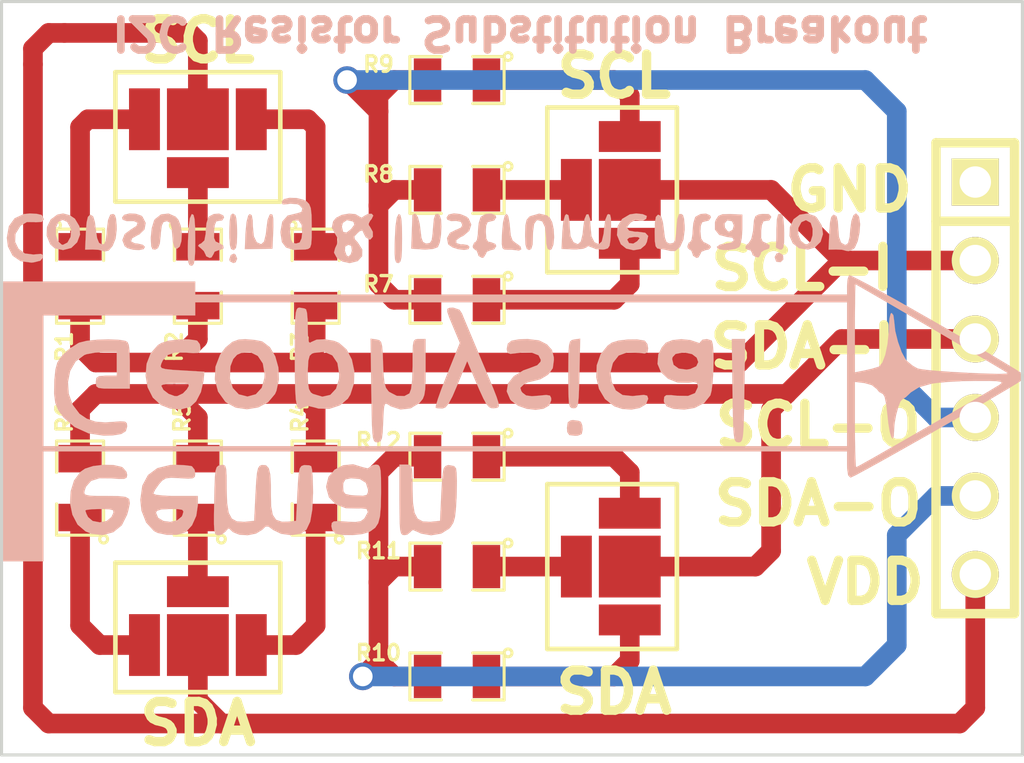
<source format=kicad_pcb>
(kicad_pcb (version 3) (host pcbnew "(2013-07-07 BZR 4022)-stable")

  (general
    (links 28)
    (no_connects 0)
    (area 101.344729 55.916889 134.943851 95.340111)
    (thickness 1.6)
    (drawings 15)
    (tracks 104)
    (zones 0)
    (modules 18)
    (nets 18)
  )

  (page A3)
  (layers
    (15 F.Cu signal)
    (0 B.Cu signal)
    (16 B.Adhes user)
    (17 F.Adhes user)
    (18 B.Paste user)
    (19 F.Paste user)
    (20 B.SilkS user)
    (21 F.SilkS user)
    (22 B.Mask user)
    (23 F.Mask user)
    (24 Dwgs.User user)
    (25 Cmts.User user)
    (26 Eco1.User user)
    (27 Eco2.User user)
    (28 Edge.Cuts user)
  )

  (setup
    (last_trace_width 0.635)
    (user_trace_width 0.635)
    (trace_clearance 0.254)
    (zone_clearance 0.508)
    (zone_45_only no)
    (trace_min 0.254)
    (segment_width 0.2)
    (edge_width 0.1)
    (via_size 0.889)
    (via_drill 0.635)
    (via_min_size 0.889)
    (via_min_drill 0.508)
    (uvia_size 0.508)
    (uvia_drill 0.127)
    (uvias_allowed no)
    (uvia_min_size 0.508)
    (uvia_min_drill 0.127)
    (pcb_text_width 0.3)
    (pcb_text_size 1.5 1.5)
    (mod_edge_width 0.15)
    (mod_text_size 1 1)
    (mod_text_width 0.15)
    (pad_size 4.064 4.064)
    (pad_drill 0)
    (pad_to_mask_clearance 0)
    (aux_axis_origin 0 0)
    (visible_elements FFFFFFBF)
    (pcbplotparams
      (layerselection 284196865)
      (usegerberextensions true)
      (excludeedgelayer true)
      (linewidth 0.150000)
      (plotframeref false)
      (viasonmask false)
      (mode 1)
      (useauxorigin false)
      (hpglpennumber 1)
      (hpglpenspeed 20)
      (hpglpendiameter 15)
      (hpglpenoverlay 2)
      (psnegative false)
      (psa4output false)
      (plotreference true)
      (plotvalue true)
      (plotothertext true)
      (plotinvisibletext false)
      (padsonsilk false)
      (subtractmaskfromsilk false)
      (outputformat 1)
      (mirror false)
      (drillshape 0)
      (scaleselection 1)
      (outputdirectory ""))
  )

  (net 0 "")
  (net 1 +3.3V)
  (net 2 /SCL_IN)
  (net 3 /SCL_OUT)
  (net 4 /SDA_IN)
  (net 5 /SDA_OUT)
  (net 6 N-000001)
  (net 7 N-0000010)
  (net 8 N-0000011)
  (net 9 N-0000012)
  (net 10 N-0000017)
  (net 11 N-0000018)
  (net 12 N-000003)
  (net 13 N-000004)
  (net 14 N-000006)
  (net 15 N-000007)
  (net 16 N-000008)
  (net 17 N-000009)

  (net_class Default "This is the default net class."
    (clearance 0.254)
    (trace_width 0.254)
    (via_dia 0.889)
    (via_drill 0.635)
    (uvia_dia 0.508)
    (uvia_drill 0.127)
    (add_net "")
    (add_net +3.3V)
    (add_net /SCL_IN)
    (add_net /SCL_OUT)
    (add_net /SDA_IN)
    (add_net /SDA_OUT)
    (add_net N-000001)
    (add_net N-0000010)
    (add_net N-0000011)
    (add_net N-0000012)
    (add_net N-0000017)
    (add_net N-0000018)
    (add_net N-000003)
    (add_net N-000004)
    (add_net N-000006)
    (add_net N-000007)
    (add_net N-000008)
    (add_net N-000009)
  )

  (module Solder_SPTT (layer F.Cu) (tedit 54615A13) (tstamp 546156B5)
    (at 107.95 66.802 270)
    (path /54614FBB)
    (fp_text reference J1 (at 0.3556 3.4544 270) (layer F.SilkS) hide
      (effects (font (size 1 1) (thickness 0.15)))
    )
    (fp_text value SPDT_JUMPER (at -4.445 -3.81 270) (layer F.SilkS) hide
      (effects (font (size 1 1) (thickness 0.15)))
    )
    (fp_line (start -1.524 2.667) (end -1.524 -2.667) (layer F.SilkS) (width 0.15))
    (fp_line (start -1.524 -2.667) (end 2.667 -2.667) (layer F.SilkS) (width 0.15))
    (fp_line (start 2.667 -2.667) (end 2.667 2.667) (layer F.SilkS) (width 0.15))
    (fp_line (start -1.524 2.667) (end 2.667 2.667) (layer F.SilkS) (width 0.15))
    (pad 1 smd rect (at 0 0 270) (size 2 2)
      (layers F.Cu F.Paste F.Mask)
      (net 1 +3.3V)
    )
    (pad 2 smd rect (at 0 -1.7272 270) (size 2 1)
      (layers F.Cu F.Paste F.Mask)
      (net 9 N-0000012)
    )
    (pad 3 smd rect (at 1.7272 0 270) (size 1 2)
      (layers F.Cu F.Paste F.Mask)
      (net 11 N-0000018)
    )
    (pad 4 smd rect (at 0 1.7272 270) (size 2 1)
      (layers F.Cu F.Paste F.Mask)
      (net 10 N-0000017)
    )
  )

  (module Solder_SPTT (layer F.Cu) (tedit 54615868) (tstamp 546156C1)
    (at 121.92 81.28 180)
    (path /546151CC)
    (fp_text reference J4 (at 0.3556 3.4544 180) (layer F.SilkS) hide
      (effects (font (size 1 1) (thickness 0.15)))
    )
    (fp_text value SPDT_JUMPER (at 1.778 -3.429 180) (layer F.SilkS) hide
      (effects (font (size 1 1) (thickness 0.15)))
    )
    (fp_line (start -1.524 2.667) (end -1.524 -2.667) (layer F.SilkS) (width 0.15))
    (fp_line (start -1.524 -2.667) (end 2.667 -2.667) (layer F.SilkS) (width 0.15))
    (fp_line (start 2.667 -2.667) (end 2.667 2.667) (layer F.SilkS) (width 0.15))
    (fp_line (start -1.524 2.667) (end 2.667 2.667) (layer F.SilkS) (width 0.15))
    (pad 1 smd rect (at 0 0 180) (size 2 2)
      (layers F.Cu F.Paste F.Mask)
      (net 4 /SDA_IN)
    )
    (pad 2 smd rect (at 0 -1.7272 180) (size 2 1)
      (layers F.Cu F.Paste F.Mask)
      (net 12 N-000003)
    )
    (pad 3 smd rect (at 1.7272 0 180) (size 1 2)
      (layers F.Cu F.Paste F.Mask)
      (net 13 N-000004)
    )
    (pad 4 smd rect (at 0 1.7272 180) (size 2 1)
      (layers F.Cu F.Paste F.Mask)
      (net 6 N-000001)
    )
  )

  (module Solder_SPTT (layer F.Cu) (tedit 54615865) (tstamp 546156CD)
    (at 121.92 69.088 180)
    (path /546151A8)
    (fp_text reference J3 (at 0.3556 3.4544 180) (layer F.SilkS) hide
      (effects (font (size 1 1) (thickness 0.15)))
    )
    (fp_text value SPDT_JUMPER (at 1.778 -3.429 180) (layer F.SilkS) hide
      (effects (font (size 1 1) (thickness 0.15)))
    )
    (fp_line (start -1.524 2.667) (end -1.524 -2.667) (layer F.SilkS) (width 0.15))
    (fp_line (start -1.524 -2.667) (end 2.667 -2.667) (layer F.SilkS) (width 0.15))
    (fp_line (start 2.667 -2.667) (end 2.667 2.667) (layer F.SilkS) (width 0.15))
    (fp_line (start -1.524 2.667) (end 2.667 2.667) (layer F.SilkS) (width 0.15))
    (pad 1 smd rect (at 0 0 180) (size 2 2)
      (layers F.Cu F.Paste F.Mask)
      (net 2 /SCL_IN)
    )
    (pad 2 smd rect (at 0 -1.7272 180) (size 2 1)
      (layers F.Cu F.Paste F.Mask)
      (net 14 N-000006)
    )
    (pad 3 smd rect (at 1.7272 0 180) (size 1 2)
      (layers F.Cu F.Paste F.Mask)
      (net 15 N-000007)
    )
    (pad 4 smd rect (at 0 1.7272 180) (size 2 1)
      (layers F.Cu F.Paste F.Mask)
      (net 16 N-000008)
    )
  )

  (module Solder_SPTT (layer F.Cu) (tedit 54615A17) (tstamp 546156D9)
    (at 107.95 83.82 90)
    (path /54615184)
    (fp_text reference J2 (at 0.3556 3.4544 90) (layer F.SilkS) hide
      (effects (font (size 1 1) (thickness 0.15)))
    )
    (fp_text value SPDT_JUMPER (at -5.08 -3.81 90) (layer F.SilkS) hide
      (effects (font (size 1 1) (thickness 0.15)))
    )
    (fp_line (start -1.524 2.667) (end -1.524 -2.667) (layer F.SilkS) (width 0.15))
    (fp_line (start -1.524 -2.667) (end 2.667 -2.667) (layer F.SilkS) (width 0.15))
    (fp_line (start 2.667 -2.667) (end 2.667 2.667) (layer F.SilkS) (width 0.15))
    (fp_line (start -1.524 2.667) (end 2.667 2.667) (layer F.SilkS) (width 0.15))
    (pad 1 smd rect (at 0 0 90) (size 2 2)
      (layers F.Cu F.Paste F.Mask)
      (net 1 +3.3V)
    )
    (pad 2 smd rect (at 0 -1.7272 90) (size 2 1)
      (layers F.Cu F.Paste F.Mask)
      (net 17 N-000009)
    )
    (pad 3 smd rect (at 1.7272 0 90) (size 1 2)
      (layers F.Cu F.Paste F.Mask)
      (net 7 N-0000010)
    )
    (pad 4 smd rect (at 0 1.7272 90) (size 2 1)
      (layers F.Cu F.Paste F.Mask)
      (net 8 N-0000011)
    )
  )

  (module SM0805 (layer F.Cu) (tedit 546170BF) (tstamp 546156E6)
    (at 111.76 71.882 270)
    (path /5461514C)
    (attr smd)
    (fp_text reference R3 (at 2.286 0.508 270) (layer F.SilkS)
      (effects (font (size 0.50038 0.50038) (thickness 0.10922)))
    )
    (fp_text value 10K (at 0 0.381 270) (layer F.SilkS) hide
      (effects (font (size 0.50038 0.50038) (thickness 0.10922)))
    )
    (fp_circle (center -1.651 0.762) (end -1.651 0.635) (layer F.SilkS) (width 0.09906))
    (fp_line (start -0.508 0.762) (end -1.524 0.762) (layer F.SilkS) (width 0.09906))
    (fp_line (start -1.524 0.762) (end -1.524 -0.762) (layer F.SilkS) (width 0.09906))
    (fp_line (start -1.524 -0.762) (end -0.508 -0.762) (layer F.SilkS) (width 0.09906))
    (fp_line (start 0.508 -0.762) (end 1.524 -0.762) (layer F.SilkS) (width 0.09906))
    (fp_line (start 1.524 -0.762) (end 1.524 0.762) (layer F.SilkS) (width 0.09906))
    (fp_line (start 1.524 0.762) (end 0.508 0.762) (layer F.SilkS) (width 0.09906))
    (pad 1 smd rect (at -0.9525 0 270) (size 0.889 1.397)
      (layers F.Cu F.Paste F.Mask)
      (net 9 N-0000012)
    )
    (pad 2 smd rect (at 0.9525 0 270) (size 0.889 1.397)
      (layers F.Cu F.Paste F.Mask)
      (net 2 /SCL_IN)
    )
    (model smd/chip_cms.wrl
      (at (xyz 0 0 0))
      (scale (xyz 0.1 0.1 0.1))
      (rotate (xyz 0 0 0))
    )
  )

  (module SM0805 (layer F.Cu) (tedit 54617113) (tstamp 546158D5)
    (at 111.76 78.74 90)
    (path /5461518A)
    (attr smd)
    (fp_text reference R4 (at 2.286 -0.508 90) (layer F.SilkS)
      (effects (font (size 0.50038 0.50038) (thickness 0.10922)))
    )
    (fp_text value 10K (at 0 0.381 90) (layer F.SilkS) hide
      (effects (font (size 0.50038 0.50038) (thickness 0.10922)))
    )
    (fp_circle (center -1.651 0.762) (end -1.651 0.635) (layer F.SilkS) (width 0.09906))
    (fp_line (start -0.508 0.762) (end -1.524 0.762) (layer F.SilkS) (width 0.09906))
    (fp_line (start -1.524 0.762) (end -1.524 -0.762) (layer F.SilkS) (width 0.09906))
    (fp_line (start -1.524 -0.762) (end -0.508 -0.762) (layer F.SilkS) (width 0.09906))
    (fp_line (start 0.508 -0.762) (end 1.524 -0.762) (layer F.SilkS) (width 0.09906))
    (fp_line (start 1.524 -0.762) (end 1.524 0.762) (layer F.SilkS) (width 0.09906))
    (fp_line (start 1.524 0.762) (end 0.508 0.762) (layer F.SilkS) (width 0.09906))
    (pad 1 smd rect (at -0.9525 0 90) (size 0.889 1.397)
      (layers F.Cu F.Paste F.Mask)
      (net 8 N-0000011)
    )
    (pad 2 smd rect (at 0.9525 0 90) (size 0.889 1.397)
      (layers F.Cu F.Paste F.Mask)
      (net 4 /SDA_IN)
    )
    (model smd/chip_cms.wrl
      (at (xyz 0 0 0))
      (scale (xyz 0.1 0.1 0.1))
      (rotate (xyz 0 0 0))
    )
  )

  (module SM0805 (layer F.Cu) (tedit 54617118) (tstamp 5461591B)
    (at 107.95 78.74 90)
    (path /54615190)
    (attr smd)
    (fp_text reference R5 (at 2.286 -0.508 90) (layer F.SilkS)
      (effects (font (size 0.50038 0.50038) (thickness 0.10922)))
    )
    (fp_text value 470 (at 0 0.381 90) (layer F.SilkS) hide
      (effects (font (size 0.50038 0.50038) (thickness 0.10922)))
    )
    (fp_circle (center -1.651 0.762) (end -1.651 0.635) (layer F.SilkS) (width 0.09906))
    (fp_line (start -0.508 0.762) (end -1.524 0.762) (layer F.SilkS) (width 0.09906))
    (fp_line (start -1.524 0.762) (end -1.524 -0.762) (layer F.SilkS) (width 0.09906))
    (fp_line (start -1.524 -0.762) (end -0.508 -0.762) (layer F.SilkS) (width 0.09906))
    (fp_line (start 0.508 -0.762) (end 1.524 -0.762) (layer F.SilkS) (width 0.09906))
    (fp_line (start 1.524 -0.762) (end 1.524 0.762) (layer F.SilkS) (width 0.09906))
    (fp_line (start 1.524 0.762) (end 0.508 0.762) (layer F.SilkS) (width 0.09906))
    (pad 1 smd rect (at -0.9525 0 90) (size 0.889 1.397)
      (layers F.Cu F.Paste F.Mask)
      (net 7 N-0000010)
    )
    (pad 2 smd rect (at 0.9525 0 90) (size 0.889 1.397)
      (layers F.Cu F.Paste F.Mask)
      (net 4 /SDA_IN)
    )
    (model smd/chip_cms.wrl
      (at (xyz 0 0 0))
      (scale (xyz 0.1 0.1 0.1))
      (rotate (xyz 0 0 0))
    )
  )

  (module SM0805 (layer F.Cu) (tedit 5461711C) (tstamp 5461593B)
    (at 104.14 78.74 90)
    (path /54615196)
    (attr smd)
    (fp_text reference R6 (at 2.286 -0.508 90) (layer F.SilkS)
      (effects (font (size 0.50038 0.50038) (thickness 0.10922)))
    )
    (fp_text value 0 (at 0 0.381 90) (layer F.SilkS) hide
      (effects (font (size 0.50038 0.50038) (thickness 0.10922)))
    )
    (fp_circle (center -1.651 0.762) (end -1.651 0.635) (layer F.SilkS) (width 0.09906))
    (fp_line (start -0.508 0.762) (end -1.524 0.762) (layer F.SilkS) (width 0.09906))
    (fp_line (start -1.524 0.762) (end -1.524 -0.762) (layer F.SilkS) (width 0.09906))
    (fp_line (start -1.524 -0.762) (end -0.508 -0.762) (layer F.SilkS) (width 0.09906))
    (fp_line (start 0.508 -0.762) (end 1.524 -0.762) (layer F.SilkS) (width 0.09906))
    (fp_line (start 1.524 -0.762) (end 1.524 0.762) (layer F.SilkS) (width 0.09906))
    (fp_line (start 1.524 0.762) (end 0.508 0.762) (layer F.SilkS) (width 0.09906))
    (pad 1 smd rect (at -0.9525 0 90) (size 0.889 1.397)
      (layers F.Cu F.Paste F.Mask)
      (net 17 N-000009)
    )
    (pad 2 smd rect (at 0.9525 0 90) (size 0.889 1.397)
      (layers F.Cu F.Paste F.Mask)
      (net 4 /SDA_IN)
    )
    (model smd/chip_cms.wrl
      (at (xyz 0 0 0))
      (scale (xyz 0.1 0.1 0.1))
      (rotate (xyz 0 0 0))
    )
  )

  (module SM0805 (layer F.Cu) (tedit 546170C4) (tstamp 546159EB)
    (at 107.95 71.882 270)
    (path /54615146)
    (attr smd)
    (fp_text reference R2 (at 2.286 0.762 270) (layer F.SilkS)
      (effects (font (size 0.50038 0.50038) (thickness 0.10922)))
    )
    (fp_text value 470 (at 0 0.381 270) (layer F.SilkS) hide
      (effects (font (size 0.50038 0.50038) (thickness 0.10922)))
    )
    (fp_circle (center -1.651 0.762) (end -1.651 0.635) (layer F.SilkS) (width 0.09906))
    (fp_line (start -0.508 0.762) (end -1.524 0.762) (layer F.SilkS) (width 0.09906))
    (fp_line (start -1.524 0.762) (end -1.524 -0.762) (layer F.SilkS) (width 0.09906))
    (fp_line (start -1.524 -0.762) (end -0.508 -0.762) (layer F.SilkS) (width 0.09906))
    (fp_line (start 0.508 -0.762) (end 1.524 -0.762) (layer F.SilkS) (width 0.09906))
    (fp_line (start 1.524 -0.762) (end 1.524 0.762) (layer F.SilkS) (width 0.09906))
    (fp_line (start 1.524 0.762) (end 0.508 0.762) (layer F.SilkS) (width 0.09906))
    (pad 1 smd rect (at -0.9525 0 270) (size 0.889 1.397)
      (layers F.Cu F.Paste F.Mask)
      (net 11 N-0000018)
    )
    (pad 2 smd rect (at 0.9525 0 270) (size 0.889 1.397)
      (layers F.Cu F.Paste F.Mask)
      (net 2 /SCL_IN)
    )
    (model smd/chip_cms.wrl
      (at (xyz 0 0 0))
      (scale (xyz 0.1 0.1 0.1))
      (rotate (xyz 0 0 0))
    )
  )

  (module SM0805 (layer F.Cu) (tedit 546170E5) (tstamp 54615727)
    (at 116.332 65.532 180)
    (path /546151AE)
    (attr smd)
    (fp_text reference R9 (at 2.54 0.508 180) (layer F.SilkS)
      (effects (font (size 0.50038 0.50038) (thickness 0.10922)))
    )
    (fp_text value 10K (at 0 0.381 180) (layer F.SilkS) hide
      (effects (font (size 0.50038 0.50038) (thickness 0.10922)))
    )
    (fp_circle (center -1.651 0.762) (end -1.651 0.635) (layer F.SilkS) (width 0.09906))
    (fp_line (start -0.508 0.762) (end -1.524 0.762) (layer F.SilkS) (width 0.09906))
    (fp_line (start -1.524 0.762) (end -1.524 -0.762) (layer F.SilkS) (width 0.09906))
    (fp_line (start -1.524 -0.762) (end -0.508 -0.762) (layer F.SilkS) (width 0.09906))
    (fp_line (start 0.508 -0.762) (end 1.524 -0.762) (layer F.SilkS) (width 0.09906))
    (fp_line (start 1.524 -0.762) (end 1.524 0.762) (layer F.SilkS) (width 0.09906))
    (fp_line (start 1.524 0.762) (end 0.508 0.762) (layer F.SilkS) (width 0.09906))
    (pad 1 smd rect (at -0.9525 0 180) (size 0.889 1.397)
      (layers F.Cu F.Paste F.Mask)
      (net 16 N-000008)
    )
    (pad 2 smd rect (at 0.9525 0 180) (size 0.889 1.397)
      (layers F.Cu F.Paste F.Mask)
      (net 3 /SCL_OUT)
    )
    (model smd/chip_cms.wrl
      (at (xyz 0 0 0))
      (scale (xyz 0.1 0.1 0.1))
      (rotate (xyz 0 0 0))
    )
  )

  (module SM0805 (layer F.Cu) (tedit 546170E8) (tstamp 54615734)
    (at 116.332 69.088 180)
    (path /546151B4)
    (attr smd)
    (fp_text reference R8 (at 2.54 0.508 180) (layer F.SilkS)
      (effects (font (size 0.50038 0.50038) (thickness 0.10922)))
    )
    (fp_text value 470 (at 0 0.381 180) (layer F.SilkS) hide
      (effects (font (size 0.50038 0.50038) (thickness 0.10922)))
    )
    (fp_circle (center -1.651 0.762) (end -1.651 0.635) (layer F.SilkS) (width 0.09906))
    (fp_line (start -0.508 0.762) (end -1.524 0.762) (layer F.SilkS) (width 0.09906))
    (fp_line (start -1.524 0.762) (end -1.524 -0.762) (layer F.SilkS) (width 0.09906))
    (fp_line (start -1.524 -0.762) (end -0.508 -0.762) (layer F.SilkS) (width 0.09906))
    (fp_line (start 0.508 -0.762) (end 1.524 -0.762) (layer F.SilkS) (width 0.09906))
    (fp_line (start 1.524 -0.762) (end 1.524 0.762) (layer F.SilkS) (width 0.09906))
    (fp_line (start 1.524 0.762) (end 0.508 0.762) (layer F.SilkS) (width 0.09906))
    (pad 1 smd rect (at -0.9525 0 180) (size 0.889 1.397)
      (layers F.Cu F.Paste F.Mask)
      (net 15 N-000007)
    )
    (pad 2 smd rect (at 0.9525 0 180) (size 0.889 1.397)
      (layers F.Cu F.Paste F.Mask)
      (net 3 /SCL_OUT)
    )
    (model smd/chip_cms.wrl
      (at (xyz 0 0 0))
      (scale (xyz 0.1 0.1 0.1))
      (rotate (xyz 0 0 0))
    )
  )

  (module SM0805 (layer F.Cu) (tedit 546170ED) (tstamp 54615741)
    (at 116.332 72.644 180)
    (path /546151BA)
    (attr smd)
    (fp_text reference R7 (at 2.54 0.508 180) (layer F.SilkS)
      (effects (font (size 0.50038 0.50038) (thickness 0.10922)))
    )
    (fp_text value 0 (at 0 0.381 180) (layer F.SilkS) hide
      (effects (font (size 0.50038 0.50038) (thickness 0.10922)))
    )
    (fp_circle (center -1.651 0.762) (end -1.651 0.635) (layer F.SilkS) (width 0.09906))
    (fp_line (start -0.508 0.762) (end -1.524 0.762) (layer F.SilkS) (width 0.09906))
    (fp_line (start -1.524 0.762) (end -1.524 -0.762) (layer F.SilkS) (width 0.09906))
    (fp_line (start -1.524 -0.762) (end -0.508 -0.762) (layer F.SilkS) (width 0.09906))
    (fp_line (start 0.508 -0.762) (end 1.524 -0.762) (layer F.SilkS) (width 0.09906))
    (fp_line (start 1.524 -0.762) (end 1.524 0.762) (layer F.SilkS) (width 0.09906))
    (fp_line (start 1.524 0.762) (end 0.508 0.762) (layer F.SilkS) (width 0.09906))
    (pad 1 smd rect (at -0.9525 0 180) (size 0.889 1.397)
      (layers F.Cu F.Paste F.Mask)
      (net 14 N-000006)
    )
    (pad 2 smd rect (at 0.9525 0 180) (size 0.889 1.397)
      (layers F.Cu F.Paste F.Mask)
      (net 3 /SCL_OUT)
    )
    (model smd/chip_cms.wrl
      (at (xyz 0 0 0))
      (scale (xyz 0.1 0.1 0.1))
      (rotate (xyz 0 0 0))
    )
  )

  (module SM0805 (layer F.Cu) (tedit 546170CE) (tstamp 54615A33)
    (at 104.14 71.882 270)
    (path /5461512F)
    (attr smd)
    (fp_text reference R1 (at 2.286 0.508 270) (layer F.SilkS)
      (effects (font (size 0.50038 0.50038) (thickness 0.10922)))
    )
    (fp_text value 0 (at 0 0.381 270) (layer F.SilkS) hide
      (effects (font (size 0.50038 0.50038) (thickness 0.10922)))
    )
    (fp_circle (center -1.651 0.762) (end -1.651 0.635) (layer F.SilkS) (width 0.09906))
    (fp_line (start -0.508 0.762) (end -1.524 0.762) (layer F.SilkS) (width 0.09906))
    (fp_line (start -1.524 0.762) (end -1.524 -0.762) (layer F.SilkS) (width 0.09906))
    (fp_line (start -1.524 -0.762) (end -0.508 -0.762) (layer F.SilkS) (width 0.09906))
    (fp_line (start 0.508 -0.762) (end 1.524 -0.762) (layer F.SilkS) (width 0.09906))
    (fp_line (start 1.524 -0.762) (end 1.524 0.762) (layer F.SilkS) (width 0.09906))
    (fp_line (start 1.524 0.762) (end 0.508 0.762) (layer F.SilkS) (width 0.09906))
    (pad 1 smd rect (at -0.9525 0 270) (size 0.889 1.397)
      (layers F.Cu F.Paste F.Mask)
      (net 10 N-0000017)
    )
    (pad 2 smd rect (at 0.9525 0 270) (size 0.889 1.397)
      (layers F.Cu F.Paste F.Mask)
      (net 2 /SCL_IN)
    )
    (model smd/chip_cms.wrl
      (at (xyz 0 0 0))
      (scale (xyz 0.1 0.1 0.1))
      (rotate (xyz 0 0 0))
    )
  )

  (module SM0805 (layer F.Cu) (tedit 5461714D) (tstamp 5461575B)
    (at 116.332 77.724 180)
    (path /546151D2)
    (attr smd)
    (fp_text reference R12 (at 2.54 0.508 180) (layer F.SilkS)
      (effects (font (size 0.50038 0.50038) (thickness 0.10922)))
    )
    (fp_text value 10K (at 0 0.381 180) (layer F.SilkS) hide
      (effects (font (size 0.50038 0.50038) (thickness 0.10922)))
    )
    (fp_circle (center -1.651 0.762) (end -1.651 0.635) (layer F.SilkS) (width 0.09906))
    (fp_line (start -0.508 0.762) (end -1.524 0.762) (layer F.SilkS) (width 0.09906))
    (fp_line (start -1.524 0.762) (end -1.524 -0.762) (layer F.SilkS) (width 0.09906))
    (fp_line (start -1.524 -0.762) (end -0.508 -0.762) (layer F.SilkS) (width 0.09906))
    (fp_line (start 0.508 -0.762) (end 1.524 -0.762) (layer F.SilkS) (width 0.09906))
    (fp_line (start 1.524 -0.762) (end 1.524 0.762) (layer F.SilkS) (width 0.09906))
    (fp_line (start 1.524 0.762) (end 0.508 0.762) (layer F.SilkS) (width 0.09906))
    (pad 1 smd rect (at -0.9525 0 180) (size 0.889 1.397)
      (layers F.Cu F.Paste F.Mask)
      (net 6 N-000001)
    )
    (pad 2 smd rect (at 0.9525 0 180) (size 0.889 1.397)
      (layers F.Cu F.Paste F.Mask)
      (net 5 /SDA_OUT)
    )
    (model smd/chip_cms.wrl
      (at (xyz 0 0 0))
      (scale (xyz 0.1 0.1 0.1))
      (rotate (xyz 0 0 0))
    )
  )

  (module SM0805 (layer F.Cu) (tedit 54617148) (tstamp 54615768)
    (at 116.332 81.28 180)
    (path /546151D8)
    (attr smd)
    (fp_text reference R11 (at 2.54 0.508 180) (layer F.SilkS)
      (effects (font (size 0.50038 0.50038) (thickness 0.10922)))
    )
    (fp_text value 470 (at 0 0.381 180) (layer F.SilkS) hide
      (effects (font (size 0.50038 0.50038) (thickness 0.10922)))
    )
    (fp_circle (center -1.651 0.762) (end -1.651 0.635) (layer F.SilkS) (width 0.09906))
    (fp_line (start -0.508 0.762) (end -1.524 0.762) (layer F.SilkS) (width 0.09906))
    (fp_line (start -1.524 0.762) (end -1.524 -0.762) (layer F.SilkS) (width 0.09906))
    (fp_line (start -1.524 -0.762) (end -0.508 -0.762) (layer F.SilkS) (width 0.09906))
    (fp_line (start 0.508 -0.762) (end 1.524 -0.762) (layer F.SilkS) (width 0.09906))
    (fp_line (start 1.524 -0.762) (end 1.524 0.762) (layer F.SilkS) (width 0.09906))
    (fp_line (start 1.524 0.762) (end 0.508 0.762) (layer F.SilkS) (width 0.09906))
    (pad 1 smd rect (at -0.9525 0 180) (size 0.889 1.397)
      (layers F.Cu F.Paste F.Mask)
      (net 13 N-000004)
    )
    (pad 2 smd rect (at 0.9525 0 180) (size 0.889 1.397)
      (layers F.Cu F.Paste F.Mask)
      (net 5 /SDA_OUT)
    )
    (model smd/chip_cms.wrl
      (at (xyz 0 0 0))
      (scale (xyz 0.1 0.1 0.1))
      (rotate (xyz 0 0 0))
    )
  )

  (module SM0805 (layer F.Cu) (tedit 54617143) (tstamp 54615775)
    (at 116.332 84.836 180)
    (path /546151DE)
    (attr smd)
    (fp_text reference R10 (at 2.54 0.762 180) (layer F.SilkS)
      (effects (font (size 0.50038 0.50038) (thickness 0.10922)))
    )
    (fp_text value 0 (at 0 0.381 180) (layer F.SilkS) hide
      (effects (font (size 0.50038 0.50038) (thickness 0.10922)))
    )
    (fp_circle (center -1.651 0.762) (end -1.651 0.635) (layer F.SilkS) (width 0.09906))
    (fp_line (start -0.508 0.762) (end -1.524 0.762) (layer F.SilkS) (width 0.09906))
    (fp_line (start -1.524 0.762) (end -1.524 -0.762) (layer F.SilkS) (width 0.09906))
    (fp_line (start -1.524 -0.762) (end -0.508 -0.762) (layer F.SilkS) (width 0.09906))
    (fp_line (start 0.508 -0.762) (end 1.524 -0.762) (layer F.SilkS) (width 0.09906))
    (fp_line (start 1.524 -0.762) (end 1.524 0.762) (layer F.SilkS) (width 0.09906))
    (fp_line (start 1.524 0.762) (end 0.508 0.762) (layer F.SilkS) (width 0.09906))
    (pad 1 smd rect (at -0.9525 0 180) (size 0.889 1.397)
      (layers F.Cu F.Paste F.Mask)
      (net 12 N-000003)
    )
    (pad 2 smd rect (at 0.9525 0 180) (size 0.889 1.397)
      (layers F.Cu F.Paste F.Mask)
      (net 5 /SDA_OUT)
    )
    (model smd/chip_cms.wrl
      (at (xyz 0 0 0))
      (scale (xyz 0.1 0.1 0.1))
      (rotate (xyz 0 0 0))
    )
  )

  (module PIN_ARRAY-6X1 (layer F.Cu) (tedit 54615B9B) (tstamp 54615784)
    (at 133.096 75.184 270)
    (descr "Connecteur 6 pins")
    (tags "CONN DEV")
    (path /546151EC)
    (fp_text reference P1 (at 9.144 0 270) (layer F.SilkS) hide
      (effects (font (size 1.016 1.016) (thickness 0.2032)))
    )
    (fp_text value CONN_6 (at 0 2.159 270) (layer F.SilkS) hide
      (effects (font (size 1.016 0.889) (thickness 0.2032)))
    )
    (fp_line (start -7.62 1.27) (end -7.62 -1.27) (layer F.SilkS) (width 0.3048))
    (fp_line (start -7.62 -1.27) (end 7.62 -1.27) (layer F.SilkS) (width 0.3048))
    (fp_line (start 7.62 -1.27) (end 7.62 1.27) (layer F.SilkS) (width 0.3048))
    (fp_line (start 7.62 1.27) (end -7.62 1.27) (layer F.SilkS) (width 0.3048))
    (fp_line (start -5.08 1.27) (end -5.08 -1.27) (layer F.SilkS) (width 0.3048))
    (pad 1 thru_hole rect (at -6.35 0 270) (size 1.524 1.524) (drill 1.016)
      (layers *.Cu *.Mask F.SilkS)
    )
    (pad 2 thru_hole circle (at -3.81 0 270) (size 1.524 1.524) (drill 1.016)
      (layers *.Cu *.Mask F.SilkS)
      (net 2 /SCL_IN)
    )
    (pad 3 thru_hole circle (at -1.27 0 270) (size 1.524 1.524) (drill 1.016)
      (layers *.Cu *.Mask F.SilkS)
      (net 4 /SDA_IN)
    )
    (pad 4 thru_hole circle (at 1.27 0 270) (size 1.524 1.524) (drill 1.016)
      (layers *.Cu *.Mask F.SilkS)
      (net 3 /SCL_OUT)
    )
    (pad 5 thru_hole circle (at 3.81 0 270) (size 1.524 1.524) (drill 1.016)
      (layers *.Cu *.Mask F.SilkS)
      (net 5 /SDA_OUT)
    )
    (pad 6 thru_hole circle (at 6.35 0 270) (size 1.524 1.524) (drill 1.016)
      (layers *.Cu *.Mask F.SilkS)
      (net 1 +3.3V)
    )
    (model pin_array/pins_array_6x1.wrl
      (at (xyz 0 0 0))
      (scale (xyz 1 1 1))
      (rotate (xyz 0 0 0))
    )
  )

  (module LOGO (layer B.Cu) (tedit 0) (tstamp 546284C9)
    (at 118.364 75.184 180)
    (fp_text reference G*** (at 0 -7.95782 180) (layer B.SilkS) hide
      (effects (font (size 1.524 1.524) (thickness 0.3048)) (justify mirror))
    )
    (fp_text value LOGO (at 0 7.95782 180) (layer B.SilkS) hide
      (effects (font (size 1.524 1.524) (thickness 0.3048)) (justify mirror))
    )
    (fp_poly (pts (xy 7.74192 4.7498) (xy 7.6835 5.06984) (xy 7.51078 5.26542) (xy 7.43458 5.2832)
      (xy 7.43458 4.73964) (xy 7.43204 4.70916) (xy 7.40156 4.48056) (xy 7.33298 4.37896)
      (xy 7.239 4.36118) (xy 7.12216 4.3942) (xy 7.0612 4.52628) (xy 7.04088 4.68884)
      (xy 7.05866 4.9657) (xy 7.15772 5.10794) (xy 7.33552 5.1054) (xy 7.3406 5.10286)
      (xy 7.42188 4.9911) (xy 7.43458 4.73964) (xy 7.43458 5.2832) (xy 7.22884 5.334)
      (xy 7.22122 5.334) (xy 7.06374 5.38226) (xy 7.03326 5.49402) (xy 7.13232 5.60324)
      (xy 7.19582 5.63118) (xy 7.41934 5.64896) (xy 7.53364 5.63118) (xy 7.6708 5.62356)
      (xy 7.70382 5.70992) (xy 7.63016 5.79882) (xy 7.45236 5.83946) (xy 7.22376 5.83438)
      (xy 7.00278 5.7785) (xy 6.89356 5.72262) (xy 6.81228 5.63626) (xy 6.76148 5.50672)
      (xy 6.73608 5.28828) (xy 6.731 4.94538) (xy 6.731 4.89712) (xy 6.731 4.55168)
      (xy 6.74624 4.34086) (xy 6.7818 4.2291) (xy 6.84784 4.18338) (xy 6.94182 4.1656)
      (xy 7.31774 4.1529) (xy 7.56158 4.2291) (xy 7.6962 4.4069) (xy 7.74192 4.70408)
      (xy 7.74192 4.7498) (xy 7.74192 4.7498)) (layer B.SilkS) (width 0.00254))
    (fp_poly (pts (xy -9.98474 4.16052) (xy -10.01014 4.7244) (xy -10.033 5.0419) (xy -10.07364 5.2197)
      (xy -10.13714 5.28828) (xy -10.16 5.29082) (xy -10.24636 5.24002) (xy -10.287 5.06476)
      (xy -10.29716 4.9022) (xy -10.32256 4.57454) (xy -10.39114 4.38912) (xy -10.51052 4.32054)
      (xy -10.54354 4.318) (xy -10.61974 4.37896) (xy -10.668 4.57454) (xy -10.68578 4.79806)
      (xy -10.72388 5.08762) (xy -10.78992 5.27558) (xy -10.87374 5.33654) (xy -10.95756 5.25272)
      (xy -10.97534 5.20954) (xy -11.00836 4.9911) (xy -10.98804 4.7117) (xy -10.92962 4.43484)
      (xy -10.83818 4.2291) (xy -10.79246 4.1783) (xy -10.64006 4.11226) (xy -10.55878 4.12242)
      (xy -10.41908 4.15798) (xy -10.23112 4.1656) (xy -9.98474 4.16052) (xy -9.98474 4.16052)) (layer B.SilkS) (width 0.00254))
    (fp_poly (pts (xy -8.72236 4.60502) (xy -8.73506 4.89204) (xy -8.85444 5.14604) (xy -9.00684 5.26034)
      (xy -9.00684 4.64566) (xy -9.08812 4.45008) (xy -9.2202 4.34086) (xy -9.29894 4.33324)
      (xy -9.40562 4.42976) (xy -9.46658 4.6228) (xy -9.46912 4.84124) (xy -9.4107 5.02412)
      (xy -9.398 5.03682) (xy -9.25322 5.11556) (xy -9.10844 5.05206) (xy -9.00938 4.86664)
      (xy -9.00684 4.64566) (xy -9.00684 5.26034) (xy -9.05002 5.29336) (xy -9.30402 5.33146)
      (xy -9.54532 5.25018) (xy -9.60374 5.20192) (xy -9.76884 4.94284) (xy -9.80694 4.66598)
      (xy -9.7282 4.41452) (xy -9.54278 4.23164) (xy -9.32434 4.16306) (xy -9.03732 4.2037)
      (xy -8.82904 4.36372) (xy -8.72236 4.60502) (xy -8.72236 4.60502)) (layer B.SilkS) (width 0.00254))
    (fp_poly (pts (xy -8.28294 4.2545) (xy -8.29056 4.36626) (xy -8.29818 4.59486) (xy -8.29818 4.826)
      (xy -8.31342 5.1435) (xy -8.3566 5.30606) (xy -8.43788 5.3213) (xy -8.4963 5.27812)
      (xy -8.52424 5.1689) (xy -8.54456 4.94284) (xy -8.55218 4.67868) (xy -8.5471 4.3815)
      (xy -8.5217 4.22148) (xy -8.46836 4.16306) (xy -8.40994 4.16306) (xy -8.29564 4.2164)
      (xy -8.28294 4.2545) (xy -8.28294 4.2545)) (layer B.SilkS) (width 0.00254))
    (fp_poly (pts (xy -7.29742 4.19608) (xy -7.31012 4.29768) (xy -7.4041 4.37642) (xy -7.48792 4.5085)
      (xy -7.5438 4.7625) (xy -7.55142 4.86918) (xy -7.57428 5.12064) (xy -7.62254 5.24764)
      (xy -7.72414 5.30098) (xy -7.85368 5.31876) (xy -8.0518 5.31368) (xy -8.12546 5.24256)
      (xy -8.128 5.207) (xy -8.0645 5.10286) (xy -7.98068 5.09778) (xy -7.88162 5.07746)
      (xy -7.82828 4.95554) (xy -7.80796 4.77266) (xy -7.80542 4.54406) (xy -7.85368 4.42722)
      (xy -7.9629 4.37642) (xy -8.08228 4.29768) (xy -8.0645 4.20116) (xy -7.92734 4.14782)
      (xy -7.9121 4.14782) (xy -7.80542 4.07924) (xy -7.79018 4.01574) (xy -7.72922 3.91414)
      (xy -7.64286 3.91414) (xy -7.52856 3.9878) (xy -7.51586 4.04622) (xy -7.4676 4.13512)
      (xy -7.40918 4.14782) (xy -7.29742 4.19608) (xy -7.29742 4.19608)) (layer B.SilkS) (width 0.00254))
    (fp_poly (pts (xy -6.3119 5.05206) (xy -6.33984 5.1308) (xy -6.42366 5.25526) (xy -6.55574 5.3086)
      (xy -6.62178 5.3086) (xy -6.62178 5.00888) (xy -6.63448 4.87426) (xy -6.72338 4.75742)
      (xy -6.77418 4.74218) (xy -6.8834 4.80568) (xy -6.9215 4.94538) (xy -6.86816 5.07238)
      (xy -6.85038 5.08508) (xy -6.7056 5.10794) (xy -6.62178 5.00888) (xy -6.62178 5.3086)
      (xy -6.7945 5.31368) (xy -6.81482 5.31368) (xy -7.19836 5.2959) (xy -7.19836 4.82346)
      (xy -7.18058 4.54406) (xy -7.1374 4.32816) (xy -7.09676 4.24942) (xy -6.96214 4.18338)
      (xy -6.76402 4.15036) (xy -6.56336 4.1529) (xy -6.41096 4.18592) (xy -6.37032 4.25196)
      (xy -6.47192 4.32562) (xy -6.64718 4.3561) (xy -6.8326 4.39166) (xy -6.9215 4.46532)
      (xy -6.87832 4.5466) (xy -6.70052 4.572) (xy -6.44906 4.63804) (xy -6.3119 4.81076)
      (xy -6.3119 5.05206) (xy -6.3119 5.05206)) (layer B.SilkS) (width 0.00254))
    (fp_poly (pts (xy -5.42036 4.27482) (xy -5.46608 4.38912) (xy -5.50418 4.40182) (xy -5.55498 4.47802)
      (xy -5.58546 4.66852) (xy -5.588 4.76758) (xy -5.61086 5.0165) (xy -5.66674 5.19938)
      (xy -5.6896 5.2324) (xy -5.84454 5.31622) (xy -6.02234 5.32892) (xy -6.15442 5.27304)
      (xy -6.18236 5.207) (xy -6.11124 5.10286) (xy -6.01218 5.08) (xy -5.90042 5.04952)
      (xy -5.85216 4.93268) (xy -5.842 4.7498) (xy -5.86486 4.5212) (xy -5.94106 4.4069)
      (xy -6.01218 4.37896) (xy -6.14934 4.30276) (xy -6.18236 4.2418) (xy -6.11124 4.1656)
      (xy -6.01218 4.14782) (xy -5.87502 4.09448) (xy -5.842 4.02082) (xy -5.77596 3.90906)
      (xy -5.715 3.89382) (xy -5.60324 3.9624) (xy -5.588 4.02082) (xy -5.54482 4.13512)
      (xy -5.50418 4.14782) (xy -5.43052 4.2164) (xy -5.42036 4.27482) (xy -5.42036 4.27482)) (layer B.SilkS) (width 0.00254))
    (fp_poly (pts (xy -4.36118 4.74218) (xy -4.37134 5.04952) (xy -4.39928 5.22224) (xy -4.46024 5.28828)
      (xy -4.48818 5.29082) (xy -4.572 5.23748) (xy -4.62788 5.0546) (xy -4.65836 4.826)
      (xy -4.69138 4.55422) (xy -4.74218 4.41198) (xy -4.82346 4.36372) (xy -4.86918 4.36118)
      (xy -4.96824 4.3815) (xy -5.02412 4.47294) (xy -5.05206 4.6736) (xy -5.06476 4.84632)
      (xy -5.0927 5.15366) (xy -5.14604 5.3086) (xy -5.22478 5.31876) (xy -5.27812 5.27812)
      (xy -5.31114 5.16636) (xy -5.33146 4.94538) (xy -5.334 4.81076) (xy -5.29336 4.49072)
      (xy -5.18414 4.24942) (xy -5.02666 4.11734) (xy -4.8641 4.11988) (xy -4.66344 4.16814)
      (xy -4.54406 4.18084) (xy -4.445 4.20116) (xy -4.39166 4.27228) (xy -4.36626 4.43738)
      (xy -4.36118 4.72948) (xy -4.36118 4.74218) (xy -4.36118 4.74218)) (layer B.SilkS) (width 0.00254))
    (fp_poly (pts (xy -3.14198 4.63296) (xy -3.1623 4.91998) (xy -3.30708 5.1562) (xy -3.556 5.30352)
      (xy -3.76428 5.334) (xy -3.9751 5.31114) (xy -4.1021 5.25526) (xy -4.10718 5.24764)
      (xy -4.0894 5.16128) (xy -3.98272 5.09524) (xy -3.86334 5.0927) (xy -3.83794 5.10794)
      (xy -3.72872 5.1181) (xy -3.58902 5.0419) (xy -3.48742 4.92252) (xy -3.47218 4.8641)
      (xy -3.47218 4.49072) (xy -3.53314 4.37388) (xy -3.6703 4.35864) (xy -3.79476 4.43484)
      (xy -3.87604 4.5339) (xy -3.82524 4.56692) (xy -3.70332 4.572) (xy -3.53568 4.5466)
      (xy -3.47218 4.49072) (xy -3.47218 4.8641) (xy -3.53314 4.77774) (xy -3.72618 4.74218)
      (xy -3.81 4.74218) (xy -4.05638 4.70916) (xy -4.1529 4.60502) (xy -4.10972 4.40944)
      (xy -4.06146 4.31292) (xy -3.90652 4.18084) (xy -3.67792 4.14274) (xy -3.4417 4.19608)
      (xy -3.26644 4.33578) (xy -3.14198 4.63296) (xy -3.14198 4.63296)) (layer B.SilkS) (width 0.00254))
    (fp_poly (pts (xy -1.34874 4.18592) (xy -1.37414 4.73202) (xy -1.40462 5.06476) (xy -1.4605 5.26542)
      (xy -1.50368 5.31368) (xy -1.57226 5.27812) (xy -1.60528 5.10286) (xy -1.61036 4.9276)
      (xy -1.64084 4.59232) (xy -1.73482 4.40436) (xy -1.7399 4.39928) (xy -1.87706 4.33832)
      (xy -1.97358 4.42468) (xy -2.032 4.66852) (xy -2.04978 4.86156) (xy -2.09042 5.15112)
      (xy -2.15392 5.30098) (xy -2.21996 5.30606) (xy -2.27076 5.16128) (xy -2.286 4.9276)
      (xy -2.31902 4.59232) (xy -2.413 4.40436) (xy -2.41808 4.39928) (xy -2.55524 4.33832)
      (xy -2.64922 4.42468) (xy -2.70764 4.66852) (xy -2.72796 4.86156) (xy -2.76352 5.12826)
      (xy -2.82956 5.29082) (xy -2.86258 5.31368) (xy -2.921 5.29336) (xy -2.94894 5.1689)
      (xy -2.95148 4.90982) (xy -2.9464 4.77012) (xy -2.93116 4.46532) (xy -2.90322 4.28752)
      (xy -2.84734 4.2037) (xy -2.74574 4.17068) (xy -2.68478 4.16306) (xy -2.46888 4.17576)
      (xy -2.33172 4.23164) (xy -2.20726 4.27736) (xy -2.16408 4.23926) (xy -2.05486 4.191)
      (xy -1.83896 4.16814) (xy -1.72974 4.16814) (xy -1.34874 4.18592) (xy -1.34874 4.18592)) (layer B.SilkS) (width 0.00254))
    (fp_poly (pts (xy -0.17018 4.65328) (xy -0.18034 4.953) (xy -0.22098 5.12826) (xy -0.30226 5.22478)
      (xy -0.33528 5.2451) (xy -0.62484 5.32892) (xy -0.88138 5.26796) (xy -0.96774 5.19938)
      (xy -1.04902 5.04698) (xy -1.09728 4.8133) (xy -1.10998 4.55676) (xy -1.08712 4.32562)
      (xy -1.0287 4.1783) (xy -0.97536 4.14782) (xy -0.89408 4.19608) (xy -0.85598 4.3561)
      (xy -0.84836 4.55422) (xy -0.81534 4.88696) (xy -0.7239 5.07746) (xy -0.57658 5.11556)
      (xy -0.54102 5.1054) (xy -0.46228 4.99364) (xy -0.42672 4.72694) (xy -0.42418 4.60502)
      (xy -0.41402 4.32816) (xy -0.37084 4.18592) (xy -0.29718 4.14782) (xy -0.22352 4.18846)
      (xy -0.18288 4.32562) (xy -0.17018 4.5974) (xy -0.17018 4.65328) (xy -0.17018 4.65328)) (layer B.SilkS) (width 0.00254))
    (fp_poly (pts (xy 0.5842 4.35102) (xy 0.57912 4.60756) (xy 0.57404 4.71424) (xy 0.54356 5.04952)
      (xy 0.49022 5.25526) (xy 0.42926 5.32384) (xy 0.37338 5.2451) (xy 0.3302 5.01142)
      (xy 0.32004 4.89458) (xy 0.2921 4.61772) (xy 0.23368 4.4577) (xy 0.127 4.37134)
      (xy 0.10414 4.36118) (xy -0.02286 4.26466) (xy -0.04826 4.17068) (xy 0.03302 4.13004)
      (xy 0.09398 4.1402) (xy 0.26924 4.16052) (xy 0.40386 4.16052) (xy 0.508 4.1656)
      (xy 0.56388 4.2164) (xy 0.5842 4.35102) (xy 0.5842 4.35102)) (layer B.SilkS) (width 0.00254))
    (fp_poly (pts (xy 1.524 4.27482) (xy 1.47828 4.38912) (xy 1.43764 4.40182) (xy 1.38684 4.47802)
      (xy 1.35636 4.66852) (xy 1.35382 4.76758) (xy 1.33096 5.0165) (xy 1.27508 5.19938)
      (xy 1.25222 5.2324) (xy 1.09728 5.31622) (xy 0.91948 5.32892) (xy 0.78994 5.27304)
      (xy 0.762 5.207) (xy 0.83058 5.10286) (xy 0.92964 5.08) (xy 1.0414 5.05206)
      (xy 1.08966 4.93522) (xy 1.09982 4.74218) (xy 1.08458 4.51866) (xy 1.0287 4.42214)
      (xy 0.92964 4.40182) (xy 0.79248 4.34848) (xy 0.762 4.27482) (xy 0.83058 4.17068)
      (xy 0.92964 4.14782) (xy 1.0668 4.09448) (xy 1.09982 4.02082) (xy 1.1684 3.90906)
      (xy 1.22682 3.89382) (xy 1.33858 3.9624) (xy 1.35382 4.02082) (xy 1.39954 4.13512)
      (xy 1.43764 4.14782) (xy 1.51384 4.2164) (xy 1.524 4.27482) (xy 1.524 4.27482)) (layer B.SilkS) (width 0.00254))
    (fp_poly (pts (xy 2.36982 5.20192) (xy 2.30124 5.30098) (xy 2.1336 5.33654) (xy 1.92278 5.31368)
      (xy 1.72974 5.2324) (xy 1.65608 5.17144) (xy 1.56972 4.97332) (xy 1.63322 4.77266)
      (xy 1.82626 4.60756) (xy 1.91516 4.56692) (xy 2.05486 4.46786) (xy 2.04978 4.37388)
      (xy 1.91008 4.3307) (xy 1.8415 4.33578) (xy 1.68402 4.31038) (xy 1.62814 4.24942)
      (xy 1.6637 4.17576) (xy 1.8034 4.1529) (xy 1.9939 4.17576) (xy 2.17932 4.23418)
      (xy 2.30886 4.32562) (xy 2.31902 4.33832) (xy 2.35712 4.5339) (xy 2.2606 4.70662)
      (xy 2.05994 4.80822) (xy 2.04216 4.81076) (xy 1.89992 4.87934) (xy 1.86182 4.95808)
      (xy 1.905 5.05968) (xy 2.05994 5.0927) (xy 2.2225 5.08508) (xy 2.34696 5.1308)
      (xy 2.36982 5.20192) (xy 2.36982 5.20192)) (layer B.SilkS) (width 0.00254))
    (fp_poly (pts (xy 3.51282 4.19354) (xy 3.49504 4.699) (xy 3.48488 4.98094) (xy 3.47726 5.1943)
      (xy 3.47472 5.27812) (xy 3.40868 5.3213) (xy 3.3655 5.31368) (xy 3.29692 5.21462)
      (xy 3.2385 4.99618) (xy 3.21564 4.81838) (xy 3.18262 4.54914) (xy 3.13182 4.41198)
      (xy 3.04546 4.36372) (xy 3.00482 4.36118) (xy 2.90576 4.3815) (xy 2.84988 4.47294)
      (xy 2.82194 4.6736) (xy 2.80924 4.84632) (xy 2.7813 5.15366) (xy 2.72796 5.3086)
      (xy 2.64922 5.31876) (xy 2.59588 5.27812) (xy 2.54762 5.14096) (xy 2.53492 4.90474)
      (xy 2.55016 4.63296) (xy 2.58826 4.39166) (xy 2.64922 4.24688) (xy 2.65684 4.23926)
      (xy 2.81178 4.18338) (xy 3.05562 4.16306) (xy 3.14452 4.16814) (xy 3.51282 4.19354)
      (xy 3.51282 4.19354)) (layer B.SilkS) (width 0.00254))
    (fp_poly (pts (xy 4.0513 4.03606) (xy 4.04876 4.35864) (xy 4.04368 4.50088) (xy 4.02082 4.93014)
      (xy 3.98018 5.19938) (xy 3.92176 5.31114) (xy 3.91414 5.31368) (xy 3.86334 5.28574)
      (xy 3.83032 5.15112) (xy 3.81254 4.88442) (xy 3.81 4.53644) (xy 3.81254 4.1529)
      (xy 3.82778 3.90906) (xy 3.8608 3.77698) (xy 3.91414 3.72872) (xy 3.93954 3.72618)
      (xy 4.0005 3.74904) (xy 4.03606 3.84302) (xy 4.0513 4.03606) (xy 4.0513 4.03606)) (layer B.SilkS) (width 0.00254))
    (fp_poly (pts (xy 6.0833 4.87172) (xy 6.03758 5.08) (xy 5.94106 5.1943) (xy 5.75818 5.28828)
      (xy 5.75564 5.28828) (xy 5.75564 4.90728) (xy 5.715 4.7371) (xy 5.65658 4.7244)
      (xy 5.65658 4.1275) (xy 5.60324 3.97764) (xy 5.54482 3.937) (xy 5.46862 4.00812)
      (xy 5.43306 4.1275) (xy 5.45338 4.28244) (xy 5.54482 4.318) (xy 5.64896 4.25958)
      (xy 5.65658 4.1275) (xy 5.65658 4.7244) (xy 5.6007 4.71678) (xy 5.45338 4.83362)
      (xy 5.35432 4.96824) (xy 5.37718 5.05206) (xy 5.41274 5.07746) (xy 5.59308 5.11556)
      (xy 5.72516 5.02666) (xy 5.75564 4.90728) (xy 5.75564 5.28828) (xy 5.5245 5.32892)
      (xy 5.31368 5.31114) (xy 5.20192 5.24256) (xy 5.11556 5.1943) (xy 5.05206 5.24256)
      (xy 4.91744 5.31876) (xy 4.79044 5.32384) (xy 4.73964 5.26542) (xy 4.79298 5.15366)
      (xy 4.84124 5.09524) (xy 4.89966 4.98094) (xy 4.84124 4.89458) (xy 4.75488 4.73964)
      (xy 4.75234 4.58216) (xy 4.83108 4.49072) (xy 4.86156 4.48818) (xy 4.98094 4.55676)
      (xy 5.03936 4.66344) (xy 5.0927 4.78282) (xy 5.1689 4.76504) (xy 5.24764 4.699)
      (xy 5.35178 4.58724) (xy 5.33654 4.49834) (xy 5.24002 4.3942) (xy 5.09524 4.1656)
      (xy 5.10032 3.9497) (xy 5.24256 3.78968) (xy 5.50164 3.72618) (xy 5.5118 3.72618)
      (xy 5.73786 3.77698) (xy 5.92328 3.90398) (xy 6.00964 4.06146) (xy 6.00964 4.07416)
      (xy 5.97408 4.21132) (xy 5.9182 4.3307) (xy 5.87502 4.50342) (xy 5.96138 4.6482)
      (xy 6.0833 4.87172) (xy 6.0833 4.87172)) (layer B.SilkS) (width 0.00254))
    (fp_poly (pts (xy 8.89508 4.17576) (xy 8.87222 4.72694) (xy 8.8392 5.06222) (xy 8.78586 5.26288)
      (xy 8.74014 5.31368) (xy 8.67156 5.27812) (xy 8.63854 5.10286) (xy 8.636 4.9276)
      (xy 8.60298 4.59232) (xy 8.509 4.40436) (xy 8.50392 4.39928) (xy 8.36676 4.33832)
      (xy 8.27278 4.42468) (xy 8.21436 4.66852) (xy 8.19404 4.86156) (xy 8.15848 5.12826)
      (xy 8.09244 5.29082) (xy 8.05942 5.31368) (xy 8.001 5.29336) (xy 7.97306 5.1689)
      (xy 7.97052 4.90982) (xy 7.9756 4.77012) (xy 8.001 4.191) (xy 8.44804 4.18338)
      (xy 8.89508 4.17576) (xy 8.89508 4.17576)) (layer B.SilkS) (width 0.00254))
    (fp_poly (pts (xy 9.398 4.74218) (xy 9.3853 5.08762) (xy 9.34974 5.28066) (xy 9.28116 5.33146)
      (xy 9.19988 5.27812) (xy 9.1694 5.1689) (xy 9.14908 4.94284) (xy 9.144 4.68376)
      (xy 9.15162 4.3815) (xy 9.1821 4.21386) (xy 9.2456 4.15036) (xy 9.271 4.14782)
      (xy 9.33958 4.18338) (xy 9.37768 4.30784) (xy 9.39546 4.55422) (xy 9.398 4.74218)
      (xy 9.398 4.74218)) (layer B.SilkS) (width 0.00254))
    (fp_poly (pts (xy 10.40892 4.28498) (xy 10.37082 4.33578) (xy 10.30732 4.36372) (xy 10.20318 4.46024)
      (xy 10.16254 4.67106) (xy 10.16 4.7752) (xy 10.1346 5.02158) (xy 10.07872 5.20192)
      (xy 10.0584 5.2324) (xy 9.90092 5.31622) (xy 9.72312 5.32892) (xy 9.59358 5.2705)
      (xy 9.56564 5.20192) (xy 9.63168 5.10286) (xy 9.7155 5.09778) (xy 9.81456 5.07746)
      (xy 9.8679 4.95554) (xy 9.88822 4.77266) (xy 9.89076 4.54152) (xy 9.83996 4.42722)
      (xy 9.7409 4.37896) (xy 9.59358 4.29768) (xy 9.58088 4.2037) (xy 9.7028 4.15036)
      (xy 9.73582 4.14782) (xy 9.87298 4.09448) (xy 9.906 4.02082) (xy 9.97204 3.90906)
      (xy 10.033 3.89382) (xy 10.14476 3.94716) (xy 10.16 3.99034) (xy 10.22096 4.1148)
      (xy 10.30732 4.19608) (xy 10.40892 4.28498) (xy 10.40892 4.28498)) (layer B.SilkS) (width 0.00254))
    (fp_poly (pts (xy 10.73912 4.25958) (xy 10.73404 4.4577) (xy 10.71118 4.89712) (xy 10.67308 5.17652)
      (xy 10.6172 5.30352) (xy 10.6045 5.31368) (xy 10.5537 5.28574) (xy 10.52068 5.15366)
      (xy 10.5029 4.89204) (xy 10.49782 4.49326) (xy 10.50036 4.09956) (xy 10.5156 3.84556)
      (xy 10.54608 3.70332) (xy 10.59434 3.6449) (xy 10.62736 3.63982) (xy 10.68832 3.66522)
      (xy 10.72388 3.75666) (xy 10.73912 3.94462) (xy 10.73912 4.25958) (xy 10.73912 4.25958)) (layer B.SilkS) (width 0.00254))
    (fp_poly (pts (xy 11.938 4.5466) (xy 11.90752 4.84886) (xy 11.83386 5.09524) (xy 11.80592 5.14604)
      (xy 11.60526 5.30352) (xy 11.36142 5.33146) (xy 11.13282 5.22986) (xy 11.04392 5.12826)
      (xy 10.96518 4.9276) (xy 10.93216 4.67868) (xy 10.94486 4.43738) (xy 11.00074 4.25704)
      (xy 11.08964 4.191) (xy 11.17346 4.2418) (xy 11.22172 4.41452) (xy 11.24204 4.6355)
      (xy 11.26744 4.89966) (xy 11.3157 5.03428) (xy 11.39952 5.07746) (xy 11.43 5.08)
      (xy 11.52652 5.05206) (xy 11.57986 4.94284) (xy 11.61034 4.71424) (xy 11.61542 4.6355)
      (xy 11.64336 4.35864) (xy 11.70178 4.21386) (xy 11.78814 4.16306) (xy 11.87958 4.17322)
      (xy 11.92276 4.26974) (xy 11.93546 4.49072) (xy 11.938 4.5466) (xy 11.938 4.5466)) (layer B.SilkS) (width 0.00254))
    (fp_poly (pts (xy 12.86764 5.20192) (xy 12.79652 5.29082) (xy 12.62634 5.334) (xy 12.42314 5.32384)
      (xy 12.24534 5.26288) (xy 12.20724 5.2324) (xy 12.10056 5.02666) (xy 12.13866 4.81584)
      (xy 12.3063 4.65328) (xy 12.35964 4.63042) (xy 12.54252 4.52628) (xy 12.573 4.42722)
      (xy 12.45362 4.36626) (xy 12.35964 4.35864) (xy 12.192 4.318) (xy 12.12596 4.25196)
      (xy 12.1666 4.1783) (xy 12.31392 4.14782) (xy 12.50442 4.15798) (xy 12.68476 4.20624)
      (xy 12.78128 4.27228) (xy 12.85748 4.4704) (xy 12.78128 4.66598) (xy 12.59078 4.80822)
      (xy 12.39774 4.93268) (xy 12.36472 5.03174) (xy 12.4841 5.08508) (xy 12.72032 5.08508)
      (xy 12.84478 5.1308) (xy 12.86764 5.20192) (xy 12.86764 5.20192)) (layer B.SilkS) (width 0.00254))
    (fp_poly (pts (xy 14.06144 4.16052) (xy 14.03604 4.7244) (xy 14.01318 5.0419) (xy 13.97254 5.2197)
      (xy 13.90904 5.28828) (xy 13.88364 5.29082) (xy 13.79982 5.23748) (xy 13.74394 5.0546)
      (xy 13.716 4.826) (xy 13.67282 4.53644) (xy 13.60932 4.3815) (xy 13.52804 4.33324)
      (xy 13.44422 4.34594) (xy 13.39596 4.445) (xy 13.36802 4.66344) (xy 13.3604 4.79298)
      (xy 13.31976 5.1181) (xy 13.2461 5.2959) (xy 13.1445 5.31622) (xy 13.09624 5.27812)
      (xy 13.06068 5.16636) (xy 13.04036 4.94538) (xy 13.03782 4.81076) (xy 13.07338 4.5212)
      (xy 13.1699 4.28244) (xy 13.29944 4.13004) (xy 13.44168 4.09956) (xy 13.47724 4.1148)
      (xy 13.62456 4.15544) (xy 13.81506 4.1656) (xy 14.06144 4.16052) (xy 14.06144 4.16052)) (layer B.SilkS) (width 0.00254))
    (fp_poly (pts (xy 15.30604 4.61518) (xy 15.29334 4.89712) (xy 15.17396 5.13842) (xy 15.00632 5.26288)
      (xy 15.00632 4.6355) (xy 14.9352 4.4323) (xy 14.81582 4.32308) (xy 14.77772 4.318)
      (xy 14.63294 4.39166) (xy 14.53388 4.56946) (xy 14.51102 4.78536) (xy 14.52626 4.84886)
      (xy 14.64056 5.05714) (xy 14.78788 5.12572) (xy 14.92504 5.05968) (xy 15.00378 4.8768)
      (xy 15.00632 4.6355) (xy 15.00632 5.26288) (xy 14.96314 5.2959) (xy 14.77264 5.334)
      (xy 14.5542 5.27558) (xy 14.39164 5.16382) (xy 14.24432 4.91744) (xy 14.224 4.6482)
      (xy 14.31798 4.39928) (xy 14.50848 4.2164) (xy 14.77264 4.14782) (xy 15.04188 4.2037)
      (xy 15.19174 4.33578) (xy 15.30604 4.61518) (xy 15.30604 4.61518)) (layer B.SilkS) (width 0.00254))
    (fp_poly (pts (xy 16.59382 4.54406) (xy 16.52778 4.91744) (xy 16.34236 5.17652) (xy 16.04518 5.31368)
      (xy 15.8496 5.334) (xy 15.62354 5.3213) (xy 15.47876 5.28828) (xy 15.46352 5.27812)
      (xy 15.3924 5.1435) (xy 15.46606 5.05968) (xy 15.66164 5.04698) (xy 15.69466 5.05206)
      (xy 15.94358 5.0546) (xy 16.13408 4.94538) (xy 16.15948 4.91998) (xy 16.31188 4.67106)
      (xy 16.32458 4.41452) (xy 16.21536 4.191) (xy 16.00962 4.0386) (xy 15.72768 4.00304)
      (xy 15.68958 4.00812) (xy 15.494 4.0259) (xy 15.42288 3.98526) (xy 15.42542 3.9116)
      (xy 15.50924 3.80238) (xy 15.72768 3.74904) (xy 15.79626 3.74142) (xy 16.14678 3.78714)
      (xy 16.40586 3.96494) (xy 16.55826 4.26466) (xy 16.59382 4.54406) (xy 16.59382 4.54406)) (layer B.SilkS) (width 0.00254))
    (fp_poly (pts (xy -8.2423 3.91922) (xy -8.30326 4.03606) (xy -8.382 4.064) (xy -8.49122 4.00304)
      (xy -8.51408 3.97256) (xy -8.52424 3.84302) (xy -8.43534 3.75666) (xy -8.31342 3.76682)
      (xy -8.28802 3.7846) (xy -8.2423 3.91922) (xy -8.2423 3.91922)) (layer B.SilkS) (width 0.00254))
    (fp_poly (pts (xy 9.398 3.8481) (xy 9.34974 3.98526) (xy 9.25068 4.03352) (xy 9.19734 4.00558)
      (xy 9.14146 3.87096) (xy 9.19226 3.75158) (xy 9.271 3.72618) (xy 9.38276 3.78968)
      (xy 9.398 3.8481) (xy 9.398 3.8481)) (layer B.SilkS) (width 0.00254))
    (fp_poly (pts (xy 16.764 3.13182) (xy 15.40764 3.13182) (xy 15.40764 2.032) (xy 15.40764 -0.08382)
      (xy 15.40764 -2.19964) (xy 2.413 -2.19964) (xy -10.58418 -2.19964) (xy -10.58418 0.127)
      (xy -10.58418 2.45618) (xy -0.04318 2.45618) (xy 10.49782 2.45618) (xy 10.49782 2.24282)
      (xy 10.49782 2.032) (xy 12.954 2.032) (xy 15.40764 2.032) (xy 15.40764 3.13182)
      (xy 13.62964 3.13182) (xy 10.49782 3.13182) (xy 10.49782 2.921) (xy 10.49782 2.71018)
      (xy -0.04318 2.71018) (xy -10.58418 2.71018) (xy -10.58418 2.99974) (xy -10.60196 3.20802)
      (xy -10.64768 3.32994) (xy -10.6553 3.33502) (xy -10.74166 3.30454) (xy -10.83818 3.25374)
      (xy -10.83818 1.98882) (xy -10.83818 1.62052) (xy -10.83818 0.1905) (xy -10.83818 -0.11938)
      (xy -10.83818 -1.4986) (xy -10.84072 -1.96088) (xy -10.84834 -2.35712) (xy -10.8585 -2.65938)
      (xy -10.86866 -2.83972) (xy -10.87882 -2.87782) (xy -10.9601 -2.83972) (xy -11.1633 -2.72542)
      (xy -11.47318 -2.5527) (xy -11.8618 -2.32918) (xy -12.31392 -2.07264) (xy -12.80414 -1.7907)
      (xy -13.3096 -1.50114) (xy -13.81252 -1.20904) (xy -14.29004 -0.93218) (xy -14.7193 -0.68326)
      (xy -15.08252 -0.47244) (xy -15.35176 -0.30988) (xy -15.51178 -0.21336) (xy -15.53464 -0.19812)
      (xy -15.58798 -0.14986) (xy -15.56004 -0.11684) (xy -15.42796 -0.09652) (xy -15.17142 -0.08636)
      (xy -14.76756 -0.08636) (xy -14.32306 -0.09398) (xy -13.87856 -0.11684) (xy -13.50264 -0.1524)
      (xy -13.32992 -0.17526) (xy -12.9159 -0.28956) (xy -12.6492 -0.4572) (xy -12.63396 -0.47244)
      (xy -12.48664 -0.61214) (xy -12.38504 -0.67818) (xy -12.37996 -0.67818) (xy -12.31138 -0.75184)
      (xy -12.23772 -0.94488) (xy -12.16914 -1.19888) (xy -12.12088 -1.46812) (xy -12.10818 -1.651)
      (xy -12.09548 -1.8796) (xy -12.06246 -1.96088) (xy -12.01674 -1.90754) (xy -11.96594 -1.73482)
      (xy -11.92022 -1.4605) (xy -11.89482 -1.22682) (xy -11.85164 -0.85344) (xy -11.80084 -0.60706)
      (xy -11.74496 -0.51054) (xy -11.73734 -0.508) (xy -11.6205 -0.4445) (xy -11.54176 -0.34798)
      (xy -11.38428 -0.22352) (xy -11.14044 -0.15494) (xy -10.83818 -0.11938) (xy -10.83818 0.1905)
      (xy -11.15568 0.254) (xy -11.4046 0.31242) (xy -11.59764 0.37084) (xy -11.61542 0.37592)
      (xy -11.72464 0.50292) (xy -11.82116 0.75692) (xy -11.89228 1.10236) (xy -11.93292 1.4986)
      (xy -11.938 1.69672) (xy -11.95578 1.93802) (xy -11.99388 2.08788) (xy -12.02436 2.11582)
      (xy -12.08278 2.04216) (xy -12.10818 1.86182) (xy -12.11072 1.8415) (xy -12.14374 1.52908)
      (xy -12.23264 1.17602) (xy -12.35202 0.84328) (xy -12.4841 0.60198) (xy -12.51204 0.56642)
      (xy -12.71016 0.40386) (xy -12.87018 0.31496) (xy -13.00226 0.28956) (xy -13.25372 0.25908)
      (xy -13.59408 0.23114) (xy -13.99286 0.2032) (xy -14.4145 0.18034) (xy -14.82852 0.16002)
      (xy -15.20444 0.14732) (xy -15.50924 0.14224) (xy -15.71244 0.14732) (xy -15.78356 0.16256)
      (xy -15.78102 0.1651) (xy -15.70482 0.21336) (xy -15.50162 0.33274) (xy -15.19428 0.51562)
      (xy -14.80312 0.74422) (xy -14.34846 1.01092) (xy -13.85316 1.30048) (xy -13.335 1.60528)
      (xy -12.81684 1.90754) (xy -12.319 2.1971) (xy -11.8618 2.4638) (xy -11.46556 2.6924)
      (xy -11.15314 2.87274) (xy -10.94486 2.99212) (xy -10.86104 3.04038) (xy -10.8585 3.04038)
      (xy -10.85342 2.96164) (xy -10.8458 2.7432) (xy -10.84326 2.40792) (xy -10.83818 1.98882)
      (xy -10.83818 3.25374) (xy -10.95756 3.19532) (xy -11.28776 3.0226) (xy -11.71448 2.78892)
      (xy -12.22248 2.50698) (xy -12.79398 2.18186) (xy -13.41374 1.8288) (xy -13.5128 1.77292)
      (xy -14.13764 1.41224) (xy -14.71422 1.07442) (xy -15.2273 0.77216) (xy -15.66164 0.51308)
      (xy -15.99946 0.30988) (xy -16.22552 0.16764) (xy -16.32204 0.09906) (xy -16.32458 0.09652)
      (xy -16.28902 -0.0127) (xy -16.23822 -0.0635) (xy -16.12138 -0.14224) (xy -15.88262 -0.28702)
      (xy -15.53972 -0.49022) (xy -15.11554 -0.73914) (xy -14.62786 -1.02108) (xy -14.097 -1.32588)
      (xy -13.54328 -1.64084) (xy -12.98702 -1.9558) (xy -12.44854 -2.2606) (xy -11.94816 -2.54254)
      (xy -11.5062 -2.78892) (xy -11.14044 -2.98958) (xy -10.8712 -3.13436) (xy -10.7188 -3.20802)
      (xy -10.6934 -3.21818) (xy -10.61974 -3.14452) (xy -10.58672 -2.92354) (xy -10.58418 -2.794)
      (xy -10.58418 -2.36982) (xy 2.413 -2.36982) (xy 15.40764 -2.36982) (xy 15.40764 -4.14782)
      (xy 15.40764 -5.92582) (xy 16.08582 -5.92582) (xy 16.764 -5.92582) (xy 16.764 -1.397)
      (xy 16.764 3.13182) (xy 16.764 3.13182)) (layer B.SilkS) (width 0.00254))
    (fp_poly (pts (xy 3.89382 -2.794) (xy 3.683 -2.794) (xy 3.58394 -2.79908) (xy 3.52044 -2.83972)
      (xy 3.48742 -2.94132) (xy 3.47218 -3.14198) (xy 3.46964 -3.46964) (xy 3.46964 -3.58648)
      (xy 3.4544 -4.04368) (xy 3.4036 -4.3561) (xy 3.302 -4.5466) (xy 3.1369 -4.6355)
      (xy 2.8956 -4.64566) (xy 2.86512 -4.64312) (xy 2.58064 -4.61518) (xy 2.54 -3.72618)
      (xy 2.51714 -3.32994) (xy 2.49428 -3.07086) (xy 2.46126 -2.91846) (xy 2.41046 -2.8448)
      (xy 2.3368 -2.81432) (xy 2.30632 -2.80924) (xy 2.12598 -2.84226) (xy 2.06248 -2.91846)
      (xy 2.0447 -3.05816) (xy 2.03454 -3.32232) (xy 2.03962 -3.66522) (xy 2.0447 -3.85318)
      (xy 2.06756 -4.2418) (xy 2.09804 -4.50088) (xy 2.14884 -4.67614) (xy 2.23012 -4.80568)
      (xy 2.28092 -4.86664) (xy 2.54 -5.0292) (xy 2.86766 -5.08508) (xy 3.19532 -5.0292)
      (xy 3.31216 -4.97332) (xy 3.45694 -4.91236) (xy 3.52298 -4.95808) (xy 3.5306 -4.97332)
      (xy 3.63728 -5.06222) (xy 3.73126 -5.08) (xy 3.7973 -5.06984) (xy 3.84048 -5.02158)
      (xy 3.87096 -4.90474) (xy 3.8862 -4.699) (xy 3.89128 -4.37642) (xy 3.89382 -3.937)
      (xy 3.89382 -2.794) (xy 3.89382 -2.794)) (layer B.SilkS) (width 0.00254))
    (fp_poly (pts (xy 6.26364 -3.49504) (xy 6.18998 -3.19278) (xy 5.99186 -2.9591) (xy 5.715 -2.81686)
      (xy 5.715 -3.51282) (xy 5.7023 -3.66776) (xy 5.6388 -3.7465) (xy 5.47624 -3.78206)
      (xy 5.31114 -3.79476) (xy 5.06984 -3.80238) (xy 4.95046 -3.77444) (xy 4.91236 -3.68808)
      (xy 4.90982 -3.6068) (xy 4.98094 -3.38582) (xy 5.17906 -3.26136) (xy 5.461 -3.2385)
      (xy 5.64134 -3.2766) (xy 5.70738 -3.3909) (xy 5.715 -3.51282) (xy 5.715 -2.81686)
      (xy 5.39242 -2.78384) (xy 5.07746 -2.88036) (xy 4.91744 -2.91846) (xy 4.86664 -2.88036)
      (xy 4.74726 -2.80924) (xy 4.65074 -2.794) (xy 4.57708 -2.8067) (xy 4.53136 -2.86258)
      (xy 4.50342 -2.98958) (xy 4.49072 -3.22072) (xy 4.48818 -3.58394) (xy 4.48818 -3.70332)
      (xy 4.4958 -4.15798) (xy 4.52374 -4.47802) (xy 4.57962 -4.69138) (xy 4.67614 -4.8387)
      (xy 4.82346 -4.94792) (xy 4.88188 -4.98094) (xy 5.09778 -5.04444) (xy 5.40004 -5.07746)
      (xy 5.70992 -5.07492) (xy 5.94868 -5.03428) (xy 5.96138 -5.0292) (xy 6.06806 -4.91236)
      (xy 6.096 -4.79044) (xy 6.0833 -4.68376) (xy 6.01726 -4.63296) (xy 5.86232 -4.6228)
      (xy 5.61594 -4.64058) (xy 5.32384 -4.65328) (xy 5.15112 -4.62788) (xy 5.04444 -4.55168)
      (xy 5.02158 -4.52628) (xy 4.91744 -4.33324) (xy 4.95554 -4.23164) (xy 5.14096 -4.21132)
      (xy 5.20446 -4.2164) (xy 5.6261 -4.20878) (xy 5.95376 -4.08178) (xy 6.17474 -3.85318)
      (xy 6.26364 -3.53568) (xy 6.26364 -3.49504) (xy 6.26364 -3.49504)) (layer B.SilkS) (width 0.00254))
    (fp_poly (pts (xy 9.8933 -4.41452) (xy 9.88568 -3.95986) (xy 9.88568 -3.95732) (xy 9.87552 -3.5052)
      (xy 9.86282 -3.19278) (xy 9.8425 -2.99466) (xy 9.80694 -2.8829) (xy 9.75614 -2.8321)
      (xy 9.68248 -2.81178) (xy 9.67232 -2.80924) (xy 9.58342 -2.80416) (xy 9.52754 -2.83972)
      (xy 9.49706 -2.9464) (xy 9.48436 -3.15468) (xy 9.48182 -3.49758) (xy 9.48182 -3.57886)
      (xy 9.46658 -4.0386) (xy 9.41578 -4.35356) (xy 9.31418 -4.54406) (xy 9.15162 -4.63296)
      (xy 8.91286 -4.64566) (xy 8.87476 -4.64312) (xy 8.59282 -4.61518) (xy 8.54964 -3.72618)
      (xy 8.52678 -3.32486) (xy 8.50138 -3.06324) (xy 8.46582 -2.91084) (xy 8.41502 -2.83464)
      (xy 8.34898 -2.80924) (xy 8.21182 -2.81432) (xy 8.12038 -2.91084) (xy 8.06958 -3.12166)
      (xy 8.0518 -3.46456) (xy 8.0518 -3.71856) (xy 8.04418 -4.14274) (xy 7.99084 -4.42214)
      (xy 7.88162 -4.58216) (xy 7.6962 -4.64312) (xy 7.493 -4.64058) (xy 7.239 -4.61518)
      (xy 7.19582 -3.72618) (xy 7.17296 -3.3274) (xy 7.1501 -3.06832) (xy 7.11708 -2.91592)
      (xy 7.06628 -2.84226) (xy 6.99008 -2.81432) (xy 6.97992 -2.81178) (xy 6.81228 -2.81686)
      (xy 6.74624 -2.84734) (xy 6.72084 -2.95402) (xy 6.70052 -3.1877) (xy 6.69036 -3.51028)
      (xy 6.68782 -3.70078) (xy 6.71068 -4.24688) (xy 6.77926 -4.64058) (xy 6.90118 -4.89966)
      (xy 7.07136 -5.02666) (xy 7.38632 -5.08) (xy 7.7216 -5.03682) (xy 7.97814 -4.91236)
      (xy 8.128 -4.80314) (xy 8.22198 -4.8006) (xy 8.32866 -4.9022) (xy 8.34136 -4.91236)
      (xy 8.5344 -5.0292) (xy 8.80364 -5.08254) (xy 9.07542 -5.06476) (xy 9.2837 -4.98094)
      (xy 9.31672 -4.94792) (xy 9.4107 -4.85902) (xy 9.47928 -4.90982) (xy 9.4996 -4.94792)
      (xy 9.6393 -5.05968) (xy 9.7409 -5.08) (xy 9.80948 -5.07238) (xy 9.8552 -5.02666)
      (xy 9.88314 -4.91998) (xy 9.8933 -4.7244) (xy 9.8933 -4.41452) (xy 9.8933 -4.41452)) (layer B.SilkS) (width 0.00254))
    (fp_poly (pts (xy 12.27582 -3.937) (xy 12.21232 -3.47726) (xy 12.0269 -3.13182) (xy 11.72464 -2.9083)
      (xy 11.303 -2.8067) (xy 11.11504 -2.80162) (xy 10.85342 -2.81432) (xy 10.65276 -2.83718)
      (xy 10.6045 -2.84988) (xy 10.51814 -2.9591) (xy 10.49782 -3.08102) (xy 10.51052 -3.1877)
      (xy 10.57402 -3.2385) (xy 10.72642 -3.2512) (xy 10.99312 -3.23596) (xy 11.2776 -3.22072)
      (xy 11.45286 -3.24358) (xy 11.57224 -3.31978) (xy 11.66876 -3.43154) (xy 11.79322 -3.6068)
      (xy 11.85164 -3.72872) (xy 11.85164 -3.73634) (xy 11.7729 -3.76936) (xy 11.76782 -3.7719)
      (xy 11.76782 -4.35102) (xy 11.6967 -4.51866) (xy 11.52398 -4.62026) (xy 11.30554 -4.6482)
      (xy 11.08964 -4.60248) (xy 10.9347 -4.47548) (xy 10.91184 -4.42468) (xy 10.88136 -4.31546)
      (xy 10.91946 -4.25958) (xy 11.0617 -4.23672) (xy 11.30554 -4.23418) (xy 11.59256 -4.24688)
      (xy 11.73734 -4.2926) (xy 11.76782 -4.35102) (xy 11.76782 -3.7719) (xy 11.56462 -3.79476)
      (xy 11.2649 -3.81) (xy 11.13282 -3.81) (xy 10.414 -3.81) (xy 10.414 -4.10972)
      (xy 10.4648 -4.45262) (xy 10.60196 -4.75996) (xy 10.795 -4.97078) (xy 10.83056 -4.99364)
      (xy 11.09472 -5.0673) (xy 11.4173 -5.06984) (xy 11.71448 -5.00888) (xy 11.83386 -4.94792)
      (xy 12.08786 -4.67106) (xy 12.24026 -4.28244) (xy 12.27582 -3.937) (xy 12.27582 -3.937)) (layer B.SilkS) (width 0.00254))
    (fp_poly (pts (xy 14.54912 -4.04622) (xy 14.5288 -3.66268) (xy 14.41958 -3.30962) (xy 14.21384 -3.03022)
      (xy 14.06398 -2.92608) (xy 13.80236 -2.84226) (xy 13.46962 -2.80162) (xy 13.14196 -2.80924)
      (xy 12.88542 -2.86766) (xy 12.84732 -2.88544) (xy 12.72286 -3.02768) (xy 12.7 -3.12928)
      (xy 12.71524 -3.21564) (xy 12.79398 -3.25628) (xy 12.97178 -3.25882) (xy 13.208 -3.24104)
      (xy 13.6017 -3.2385) (xy 13.8684 -3.32486) (xy 14.03096 -3.51028) (xy 14.07922 -3.64744)
      (xy 14.08684 -3.72364) (xy 14.05382 -3.76174) (xy 14.05382 -4.28244) (xy 14.01826 -4.38658)
      (xy 13.96492 -4.49326) (xy 13.81506 -4.62026) (xy 13.589 -4.66344) (xy 13.36294 -4.62026)
      (xy 13.21054 -4.49326) (xy 13.1445 -4.35102) (xy 13.1572 -4.27228) (xy 13.27912 -4.2418)
      (xy 13.53566 -4.23418) (xy 13.589 -4.23418) (xy 13.843 -4.2418) (xy 14.01318 -4.26212)
      (xy 14.05382 -4.28244) (xy 14.05382 -3.76174) (xy 14.04366 -3.7719) (xy 13.91666 -3.79984)
      (xy 13.67536 -3.81) (xy 13.36802 -3.81) (xy 12.98702 -3.81508) (xy 12.7508 -3.84048)
      (xy 12.6365 -3.90906) (xy 12.61364 -4.04876) (xy 12.6619 -4.27736) (xy 12.70254 -4.4196)
      (xy 12.87272 -4.75996) (xy 13.14704 -4.98348) (xy 13.4874 -5.07746) (xy 13.86332 -5.03174)
      (xy 14.0462 -4.95808) (xy 14.30528 -4.7371) (xy 14.47292 -4.41706) (xy 14.54912 -4.04622)
      (xy 14.54912 -4.04622)) (layer B.SilkS) (width 0.00254))
    (fp_poly (pts (xy 2.72288 -0.95758) (xy 2.71272 -0.87376) (xy 2.64922 -0.66294) (xy 2.54 -0.3556)
      (xy 2.39522 0.01778) (xy 2.35966 0.10668) (xy 1.94056 1.143) (xy 2.15392 1.651)
      (xy 2.28346 1.96342) (xy 2.34696 2.15138) (xy 2.34188 2.2479) (xy 2.27076 2.28092)
      (xy 2.15646 2.286) (xy 1.95072 2.21742) (xy 1.86944 2.0955) (xy 1.81356 1.9558)
      (xy 1.7018 1.6891) (xy 1.55194 1.33096) (xy 1.37414 0.90678) (xy 1.24206 0.58928)
      (xy 1.02108 0.0635) (xy 0.85852 -0.32766) (xy 0.75184 -0.60198) (xy 0.69342 -0.78232)
      (xy 0.67564 -0.889) (xy 0.6985 -0.94234) (xy 0.75438 -0.96266) (xy 0.83566 -0.97282)
      (xy 0.92202 -0.97028) (xy 0.99822 -0.93218) (xy 1.0795 -0.8382) (xy 1.17856 -0.6604)
      (xy 1.30556 -0.38354) (xy 1.48082 0.02032) (xy 1.56718 0.2286) (xy 1.7018 0.55118)
      (xy 2.01676 -0.21082) (xy 2.17678 -0.5842) (xy 2.30124 -0.82042) (xy 2.40538 -0.94488)
      (xy 2.49682 -0.98044) (xy 2.66446 -0.97282) (xy 2.72288 -0.95758) (xy 2.72288 -0.95758)) (layer B.SilkS) (width 0.00254))
    (fp_poly (pts (xy 7.27964 1.23952) (xy 7.27456 1.65354) (xy 7.2644 1.94056) (xy 7.24662 2.12344)
      (xy 7.21868 2.22758) (xy 7.18058 2.27584) (xy 7.12724 2.286) (xy 7.1247 2.286)
      (xy 6.96468 2.25806) (xy 6.91388 2.23012) (xy 6.8834 2.1209) (xy 6.86308 1.89484)
      (xy 6.858 1.62052) (xy 6.858 0.16256) (xy 6.85038 -0.15748) (xy 6.8199 -0.35052)
      (xy 6.75894 -0.45974) (xy 6.6929 -0.50546) (xy 6.3881 -0.5969) (xy 6.13156 -0.53848)
      (xy 5.94614 -0.34036) (xy 5.84962 -0.0254) (xy 5.842 0.127) (xy 5.90042 0.49276)
      (xy 6.06552 0.73914) (xy 6.32206 0.85344) (xy 6.64972 0.82042) (xy 6.72338 0.79502)
      (xy 6.79704 0.72644) (xy 6.84022 0.56896) (xy 6.85546 0.28702) (xy 6.858 0.16256)
      (xy 6.858 1.62052) (xy 6.85038 1.32334) (xy 6.82752 1.17348) (xy 6.7818 1.14808)
      (xy 6.7564 1.1684) (xy 6.57352 1.24968) (xy 6.30428 1.26238) (xy 6.01218 1.21158)
      (xy 5.84708 1.14554) (xy 5.6007 0.92964) (xy 5.43306 0.60706) (xy 5.35178 0.22606)
      (xy 5.36448 -0.17018) (xy 5.48132 -0.53086) (xy 5.5626 -0.66294) (xy 5.81914 -0.87884)
      (xy 6.15696 -0.9906) (xy 6.51002 -0.98298) (xy 6.62432 -0.94996) (xy 6.858 -0.89408)
      (xy 6.99516 -0.9398) (xy 7.08914 -0.99822) (xy 7.16026 -0.98552) (xy 7.21106 -0.88646)
      (xy 7.24662 -0.68326) (xy 7.26694 -0.35814) (xy 7.2771 0.1016) (xy 7.27964 0.68072)
      (xy 7.27964 1.23952) (xy 7.27964 1.23952)) (layer B.SilkS) (width 0.00254))
    (fp_poly (pts (xy -6.85546 1.27) (xy -7.07136 1.27) (xy -7.28726 1.27) (xy -7.2644 -0.40132)
      (xy -7.25424 -0.97282) (xy -7.24408 -1.397) (xy -7.23138 -1.69672) (xy -7.2136 -1.88976)
      (xy -7.18566 -2.00406) (xy -7.14756 -2.0574) (xy -7.09676 -2.07518) (xy -7.07136 -2.07518)
      (xy -7.01294 -2.06756) (xy -6.96976 -2.032) (xy -6.93928 -1.94564) (xy -6.91642 -1.78562)
      (xy -6.90118 -1.52908) (xy -6.89102 -1.15824) (xy -6.88086 -0.6477) (xy -6.87832 -0.40132)
      (xy -6.85546 1.27) (xy -6.85546 1.27)) (layer B.SilkS) (width 0.00254))
    (fp_poly (pts (xy -4.45262 0.46482) (xy -4.47802 0.77216) (xy -4.4831 0.77978) (xy -4.59232 1.00076)
      (xy -4.72186 1.15062) (xy -4.9276 1.2319) (xy -4.9276 0.61976) (xy -4.97332 0.43434)
      (xy -5.14096 0.31242) (xy -5.39242 0.2794) (xy -5.50926 0.29718) (xy -5.70738 0.38862)
      (xy -5.77088 0.52324) (xy -5.72008 0.66548) (xy -5.57022 0.77978) (xy -5.33654 0.83058)
      (xy -5.25018 0.82804) (xy -5.03682 0.78486) (xy -4.94284 0.68326) (xy -4.9276 0.61976)
      (xy -4.9276 1.2319) (xy -4.93268 1.23444) (xy -5.22224 1.26492) (xy -5.51434 1.23698)
      (xy -5.67944 1.1811) (xy -5.81406 1.13792) (xy -5.842 1.1811) (xy -5.91058 1.24968)
      (xy -6.05536 1.26746) (xy -6.19252 1.22682) (xy -6.2103 1.21412) (xy -6.24332 1.09474)
      (xy -6.26364 0.85344) (xy -6.26618 0.53594) (xy -6.25856 0.1905) (xy -6.2357 -0.1397)
      (xy -6.20268 -0.4064) (xy -6.16458 -0.55372) (xy -5.96646 -0.8001) (xy -5.65658 -0.96266)
      (xy -5.31876 -1.016) (xy -4.96316 -0.9906) (xy -4.7498 -0.91186) (xy -4.66344 -0.76962)
      (xy -4.65836 -0.71374) (xy -4.67106 -0.59944) (xy -4.73456 -0.54864) (xy -4.89458 -0.5461)
      (xy -5.08 -0.56642) (xy -5.44322 -0.5715) (xy -5.66674 -0.48006) (xy -5.75564 -0.2921)
      (xy -5.75818 -0.24892) (xy -5.73024 -0.14986) (xy -5.61848 -0.12446) (xy -5.46354 -0.14478)
      (xy -5.10032 -0.1397) (xy -4.79298 -0.01778) (xy -4.56692 0.19304) (xy -4.45262 0.46482)
      (xy -4.45262 0.46482)) (layer B.SilkS) (width 0.00254))
    (fp_poly (pts (xy -2.47142 0.03048) (xy -2.48666 0.41656) (xy -2.61112 0.7747) (xy -2.8448 1.06172)
      (xy -2.97942 1.1557) (xy -3.19024 1.2192) (xy -3.48996 1.25476) (xy -3.79476 1.2573)
      (xy -4.0259 1.2192) (xy -4.04368 1.21412) (xy -4.1275 1.1049) (xy -4.15036 0.97028)
      (xy -4.13258 0.84074) (xy -4.04368 0.8001) (xy -3.85826 0.82042) (xy -3.47218 0.83566)
      (xy -3.19786 0.73406) (xy -3.02006 0.508) (xy -3.00482 0.47244) (xy -2.93116 0.18034)
      (xy -2.9718 -0.1143) (xy -3.10388 -0.3937) (xy -3.32486 -0.54356) (xy -3.64998 -0.57658)
      (xy -3.78206 -0.56134) (xy -4.01066 -0.53848) (xy -4.11988 -0.56388) (xy -4.15036 -0.65024)
      (xy -4.15036 -0.67564) (xy -4.0767 -0.84582) (xy -3.88112 -0.96266) (xy -3.61442 -1.016)
      (xy -3.3147 -0.99568) (xy -3.05308 -0.90932) (xy -2.75336 -0.6731) (xy -2.56032 -0.34544)
      (xy -2.47142 0.03048) (xy -2.47142 0.03048)) (layer B.SilkS) (width 0.00254))
    (fp_poly (pts (xy -1.56718 0.127) (xy -1.56972 0.57658) (xy -1.5748 0.88392) (xy -1.59258 1.07696)
      (xy -1.62306 1.18364) (xy -1.67386 1.23444) (xy -1.74752 1.25222) (xy -1.76022 1.25476)
      (xy -1.95326 1.2827) (xy -1.9304 0.15494) (xy -1.9177 -0.30226) (xy -1.905 -0.61468)
      (xy -1.88468 -0.8128) (xy -1.85166 -0.91948) (xy -1.8034 -0.9652) (xy -1.73736 -0.97282)
      (xy -1.66878 -0.9652) (xy -1.62052 -0.91948) (xy -1.59004 -0.81026) (xy -1.5748 -0.6096)
      (xy -1.56972 -0.2921) (xy -1.56718 0.127) (xy -1.56718 0.127)) (layer B.SilkS) (width 0.00254))
    (fp_poly (pts (xy 0.42418 -0.42672) (xy 0.38354 -0.17018) (xy 0.19812 0.06604) (xy -0.11176 0.254)
      (xy -0.3175 0.32766) (xy -0.56388 0.42164) (xy -0.66802 0.5334) (xy -0.67818 0.59436)
      (xy -0.60452 0.74168) (xy -0.3937 0.8255) (xy -0.07112 0.83312) (xy 0.08636 0.8128)
      (xy 0.30226 0.7874) (xy 0.39624 0.81788) (xy 0.42164 0.92456) (xy 0.42164 0.96266)
      (xy 0.38862 1.12014) (xy 0.26924 1.21666) (xy 0.03302 1.25984) (xy -0.25146 1.27)
      (xy -0.62484 1.22428) (xy -0.87884 1.09474) (xy -1.0414 0.9144) (xy -1.09982 0.67818)
      (xy -1.10236 0.59182) (xy -1.0668 0.32512) (xy -0.93726 0.1397) (xy -0.87884 0.09144)
      (xy -0.66802 -0.03302) (xy -0.47244 -0.08382) (xy -0.254 -0.13462) (xy -0.127 -0.2032)
      (xy -0.01778 -0.30988) (xy -0.04826 -0.41656) (xy -0.08636 -0.46736) (xy -0.2032 -0.55626)
      (xy -0.38862 -0.58166) (xy -0.61214 -0.56388) (xy -0.85598 -0.54102) (xy -0.97536 -0.56134)
      (xy -1.01346 -0.63754) (xy -1.016 -0.71374) (xy -0.94742 -0.88646) (xy -0.76454 -0.98806)
      (xy -0.508 -1.02362) (xy -0.22352 -0.9906) (xy 0.05334 -0.89408) (xy 0.27432 -0.73152)
      (xy 0.31242 -0.6858) (xy 0.42418 -0.42672) (xy 0.42418 -0.42672)) (layer B.SilkS) (width 0.00254))
    (fp_poly (pts (xy 4.82854 1.2827) (xy 4.6355 1.25476) (xy 4.54406 1.2319) (xy 4.48564 1.1684)
      (xy 4.45262 1.03632) (xy 4.4323 0.79756) (xy 4.42214 0.46482) (xy 4.40436 0.0889)
      (xy 4.37642 -0.15748) (xy 4.32816 -0.31242) (xy 4.25196 -0.41656) (xy 4.22148 -0.4445)
      (xy 3.98018 -0.56896) (xy 3.7338 -0.57658) (xy 3.57124 -0.49022) (xy 3.5179 -0.34544)
      (xy 3.48234 -0.04826) (xy 3.46964 0.39116) (xy 3.46964 0.43942) (xy 3.46964 0.82042)
      (xy 3.45948 1.06172) (xy 3.43408 1.19634) (xy 3.38582 1.25476) (xy 3.30454 1.27)
      (xy 3.25882 1.27) (xy 3.048 1.27) (xy 3.048 0.33528) (xy 3.048 -0.07874)
      (xy 3.0607 -0.36068) (xy 3.08864 -0.54356) (xy 3.1369 -0.66802) (xy 3.21818 -0.76962)
      (xy 3.25374 -0.80772) (xy 3.5306 -0.97536) (xy 3.85826 -1.01346) (xy 4.17068 -0.91186)
      (xy 4.20878 -0.88646) (xy 4.30276 -0.82804) (xy 4.35864 -0.83058) (xy 4.38912 -0.92202)
      (xy 4.4069 -1.13284) (xy 4.4196 -1.41732) (xy 4.43484 -1.74752) (xy 4.46024 -1.94564)
      (xy 4.50596 -2.04216) (xy 4.57962 -2.07264) (xy 4.61264 -2.07518) (xy 4.67106 -2.06756)
      (xy 4.71424 -2.032) (xy 4.74472 -1.94564) (xy 4.76758 -1.78562) (xy 4.78282 -1.53162)
      (xy 4.79298 -1.16078) (xy 4.8006 -0.65024) (xy 4.80568 -0.39624) (xy 4.82854 1.2827)
      (xy 4.82854 1.2827)) (layer B.SilkS) (width 0.00254))
    (fp_poly (pts (xy 9.86536 -0.04064) (xy 9.84504 0.37338) (xy 9.69772 0.75946) (xy 9.51992 0.99568)
      (xy 9.37768 1.11252) (xy 9.37768 -0.01016) (xy 9.2837 -0.3175) (xy 9.09066 -0.5207)
      (xy 8.81126 -0.59182) (xy 8.53948 -0.51816) (xy 8.34898 -0.30988) (xy 8.26008 0.0127)
      (xy 8.255 0.127) (xy 8.31342 0.47752) (xy 8.47598 0.72136) (xy 8.71728 0.84074)
      (xy 9.00938 0.81788) (xy 9.144 0.75946) (xy 9.26846 0.6223) (xy 9.35482 0.40386)
      (xy 9.3599 0.381) (xy 9.37768 -0.01016) (xy 9.37768 1.11252) (xy 9.30402 1.17602)
      (xy 9.09574 1.25222) (xy 8.8773 1.26492) (xy 8.5979 1.24206) (xy 8.36168 1.19888)
      (xy 8.3185 1.18364) (xy 8.08228 1.0033) (xy 7.90956 0.70866) (xy 7.80796 0.34544)
      (xy 7.79272 -0.04318) (xy 7.87146 -0.4064) (xy 7.91718 -0.51054) (xy 8.1407 -0.77724)
      (xy 8.46074 -0.94488) (xy 8.8265 -1.00584) (xy 9.19226 -0.9525) (xy 9.50468 -0.77978)
      (xy 9.53008 -0.75692) (xy 9.76122 -0.4318) (xy 9.86536 -0.04064) (xy 9.86536 -0.04064)) (layer B.SilkS) (width 0.00254))
    (fp_poly (pts (xy 12.10564 0.08382) (xy 12.07262 0.46736) (xy 11.94054 0.81026) (xy 11.70686 1.07442)
      (xy 11.60018 1.14046) (xy 11.36396 1.21412) (xy 11.04392 1.25476) (xy 10.7188 1.25984)
      (xy 10.4648 1.22428) (xy 10.43432 1.21412) (xy 10.3505 1.1049) (xy 10.32764 0.98044)
      (xy 10.34034 0.87376) (xy 10.40638 0.82042) (xy 10.56386 0.8128) (xy 10.79246 0.82804)
      (xy 11.15568 0.83058) (xy 11.39444 0.7493) (xy 11.54938 0.57404) (xy 11.59764 0.46736)
      (xy 11.61796 0.38354) (xy 11.59764 0.35306) (xy 11.59764 -0.2413) (xy 11.52652 -0.37846)
      (xy 11.35888 -0.50546) (xy 11.16584 -0.57658) (xy 11.08456 -0.57912) (xy 10.8966 -0.49022)
      (xy 10.77214 -0.36068) (xy 10.70864 -0.25146) (xy 10.7188 -0.19558) (xy 10.83564 -0.17272)
      (xy 11.08964 -0.17018) (xy 11.12266 -0.17018) (xy 11.3792 -0.18034) (xy 11.55192 -0.21082)
      (xy 11.59764 -0.2413) (xy 11.59764 0.35306) (xy 11.5824 0.3302) (xy 11.46302 0.29718)
      (xy 11.22934 0.27178) (xy 10.92962 0.254) (xy 10.20064 0.21082) (xy 10.23112 -0.08382)
      (xy 10.31494 -0.44958) (xy 10.46988 -0.7493) (xy 10.66292 -0.92964) (xy 10.96518 -1.00838)
      (xy 11.3157 -0.98298) (xy 11.60526 -0.87122) (xy 11.87196 -0.62738) (xy 12.0396 -0.29464)
      (xy 12.10564 0.08382) (xy 12.10564 0.08382)) (layer B.SilkS) (width 0.00254))
    (fp_poly (pts (xy 15.06474 -0.50038) (xy 15.05712 -0.09652) (xy 15.05458 -0.04318) (xy 15.02156 0.28448)
      (xy 14.9606 0.50546) (xy 14.8463 0.68326) (xy 14.7701 0.76962) (xy 14.53896 0.97282)
      (xy 14.29004 1.13284) (xy 14.24686 1.15316) (xy 14.01318 1.21158) (xy 13.6779 1.24714)
      (xy 13.30706 1.25984) (xy 12.9667 1.2446) (xy 12.7635 1.21158) (xy 12.68984 1.17094)
      (xy 12.64666 1.07188) (xy 12.6238 0.88138) (xy 12.61364 0.56642) (xy 12.61364 0.41656)
      (xy 12.61364 -0.33782) (xy 13.16482 -0.33782) (xy 13.45946 -0.33528) (xy 13.62456 -0.31496)
      (xy 13.69822 -0.26162) (xy 13.71346 -0.16256) (xy 13.716 -0.127) (xy 13.69568 0.01016)
      (xy 13.60932 0.06858) (xy 13.40612 0.08382) (xy 13.37564 0.08382) (xy 13.03782 0.08382)
      (xy 13.03782 0.46482) (xy 13.03782 0.84582) (xy 13.45692 0.84582) (xy 13.7541 0.8255)
      (xy 14.01318 0.77724) (xy 14.08938 0.7493) (xy 14.36878 0.53848) (xy 14.54404 0.23368)
      (xy 14.61516 -0.127) (xy 14.58976 -0.50292) (xy 14.46276 -0.85852) (xy 14.24178 -1.15062)
      (xy 14.0081 -1.3081) (xy 13.7287 -1.40462) (xy 13.40612 -1.43002) (xy 13.19276 -1.41478)
      (xy 12.9159 -1.39446) (xy 12.76858 -1.40462) (xy 12.71016 -1.45796) (xy 12.7 -1.56464)
      (xy 12.74318 -1.7145) (xy 12.8905 -1.80594) (xy 13.16228 -1.85166) (xy 13.462 -1.85928)
      (xy 13.94714 -1.78562) (xy 14.4018 -1.57988) (xy 14.75486 -1.27508) (xy 14.92758 -1.03886)
      (xy 15.02664 -0.79756) (xy 15.06474 -0.50038) (xy 15.06474 -0.50038)) (layer B.SilkS) (width 0.00254))
    (fp_poly (pts (xy -1.524 -1.60782) (xy -1.5494 -1.42748) (xy -1.64592 -1.36144) (xy -1.72212 -1.35382)
      (xy -1.89992 -1.37668) (xy -1.97612 -1.41224) (xy -2.02184 -1.53162) (xy -2.032 -1.66624)
      (xy -2.00152 -1.80848) (xy -1.87706 -1.85928) (xy -1.778 -1.86182) (xy -1.6002 -1.8415)
      (xy -1.53416 -1.74244) (xy -1.524 -1.60782) (xy -1.524 -1.60782)) (layer B.SilkS) (width 0.00254))
  )

  (gr_text SCL (at 121.412 65.405) (layer F.SilkS)
    (effects (font (size 1.3 1.3) (thickness 0.3)))
  )
  (gr_text SDA (at 121.412 85.344) (layer F.SilkS)
    (effects (font (size 1.3 1.3) (thickness 0.3)))
  )
  (gr_text SDA (at 107.95 86.36) (layer F.SilkS)
    (effects (font (size 1.3 1.3) (thickness 0.3)))
  )
  (gr_text SCL (at 107.95 64.262) (layer F.SilkS)
    (effects (font (size 1.3 1.3) (thickness 0.3)))
  )
  (gr_text "I2C Resistor Substitution Breakout" (at 118.364 64.008 180) (layer B.SilkS)
    (effects (font (size 1 1) (thickness 0.25)) (justify mirror))
  )
  (gr_line (start 134.62 62.992) (end 101.6 62.992) (angle 90) (layer Edge.Cuts) (width 0.1))
  (gr_line (start 134.62 87.376) (end 134.62 62.992) (angle 90) (layer Edge.Cuts) (width 0.1))
  (gr_line (start 101.6 87.376) (end 134.62 87.376) (angle 90) (layer Edge.Cuts) (width 0.1))
  (gr_line (start 101.6 62.992) (end 101.6 87.376) (angle 90) (layer Edge.Cuts) (width 0.1))
  (gr_text VDD (at 129.54 81.788) (layer F.SilkS)
    (effects (font (size 1.3 1.3) (thickness 0.3)))
  )
  (gr_text GND (at 129.032 69.088) (layer F.SilkS)
    (effects (font (size 1.3 1.3) (thickness 0.3)))
  )
  (gr_text SCL-O (at 128.016 76.708) (layer F.SilkS)
    (effects (font (size 1.3 1.3) (thickness 0.3)))
  )
  (gr_text SDA-I (at 127.508 74.168) (layer F.SilkS)
    (effects (font (size 1.3 1.3) (thickness 0.3)))
  )
  (gr_text SDA-O (at 128.016 79.248) (layer F.SilkS)
    (effects (font (size 1.3 1.3) (thickness 0.3)))
  )
  (gr_text SCL-I (at 127.508 71.628) (layer F.SilkS)
    (effects (font (size 1.3 1.3) (thickness 0.3)))
  )

  (segment (start 107.95 83.82) (end 107.95 85.598) (width 0.635) (layer F.Cu) (net 1))
  (segment (start 107.95 85.598) (end 108.712 86.36) (width 0.635) (layer F.Cu) (net 1) (tstamp 546160B3))
  (segment (start 107.95 64.77) (end 107.95 64.262) (width 0.635) (layer F.Cu) (net 1))
  (segment (start 107.696 64.008) (end 107.188 64.008) (width 0.635) (layer F.Cu) (net 1) (tstamp 54615E43))
  (segment (start 107.95 64.262) (end 107.696 64.008) (width 0.635) (layer F.Cu) (net 1) (tstamp 54615E40))
  (segment (start 102.616 65.024) (end 102.616 64.516) (width 0.635) (layer F.Cu) (net 1))
  (segment (start 107.188 64.008) (end 103.632 64.008) (width 0.635) (layer F.Cu) (net 1) (tstamp 54615E26))
  (segment (start 102.616 65.024) (end 102.616 85.852) (width 0.635) (layer F.Cu) (net 1) (tstamp 54615E2A))
  (segment (start 102.616 85.852) (end 103.124 86.36) (width 0.635) (layer F.Cu) (net 1) (tstamp 54615E2D))
  (segment (start 103.124 86.36) (end 108.712 86.36) (width 0.635) (layer F.Cu) (net 1) (tstamp 54615E32))
  (segment (start 102.616 64.516) (end 103.124 64.008) (width 0.635) (layer F.Cu) (net 1) (tstamp 54615E38))
  (segment (start 103.124 64.008) (end 103.632 64.008) (width 0.635) (layer F.Cu) (net 1) (tstamp 54615E3A))
  (segment (start 107.95 66.802) (end 107.95 64.77) (width 0.635) (layer F.Cu) (net 1))
  (segment (start 132.588 86.36) (end 133.096 85.852) (width 0.635) (layer F.Cu) (net 1) (tstamp 54615E0F))
  (segment (start 108.712 86.36) (end 109.22 86.36) (width 0.635) (layer F.Cu) (net 1) (tstamp 54615E36))
  (segment (start 109.22 86.36) (end 132.588 86.36) (width 0.635) (layer F.Cu) (net 1) (tstamp 5461603B))
  (segment (start 133.096 81.534) (end 133.096 85.852) (width 0.635) (layer F.Cu) (net 1))
  (segment (start 111.252 74.676) (end 125.476 74.676) (width 0.635) (layer F.Cu) (net 2))
  (segment (start 125.476 74.676) (end 128.778 71.374) (width 0.635) (layer F.Cu) (net 2) (tstamp 5461612B))
  (segment (start 111.76 72.8345) (end 111.76 74.168) (width 0.635) (layer F.Cu) (net 2))
  (segment (start 111.76 74.168) (end 111.252 74.676) (width 0.635) (layer F.Cu) (net 2) (tstamp 546160FF))
  (segment (start 107.95 72.8345) (end 107.95 73.914) (width 0.635) (layer F.Cu) (net 2))
  (segment (start 107.95 73.914) (end 107.188 74.676) (width 0.635) (layer F.Cu) (net 2) (tstamp 546160D3))
  (segment (start 104.14 72.8345) (end 104.14 74.168) (width 0.635) (layer F.Cu) (net 2))
  (segment (start 104.14 74.168) (end 104.648 74.676) (width 0.635) (layer F.Cu) (net 2) (tstamp 54615E57))
  (segment (start 133.096 71.374) (end 128.778 71.374) (width 0.635) (layer F.Cu) (net 2))
  (segment (start 126.492 69.088) (end 121.92 69.088) (width 0.635) (layer F.Cu) (net 2) (tstamp 54615DC7))
  (segment (start 128.778 71.374) (end 126.492 69.088) (width 0.635) (layer F.Cu) (net 2) (tstamp 54615DC5))
  (segment (start 107.188 74.676) (end 111.252 74.676) (width 0.635) (layer F.Cu) (net 2))
  (segment (start 104.648 74.676) (end 107.188 74.676) (width 0.635) (layer F.Cu) (net 2) (tstamp 54615E5A))
  (segment (start 133.096 76.454) (end 131.826 76.454) (width 0.635) (layer B.Cu) (net 3))
  (segment (start 112.776 65.532) (end 113.792 66.548) (width 0.635) (layer F.Cu) (net 3) (tstamp 54616158))
  (via (at 112.776 65.532) (size 0.889) (layers F.Cu B.Cu) (net 3))
  (segment (start 129.54 65.532) (end 112.776 65.532) (width 0.635) (layer B.Cu) (net 3) (tstamp 54616150))
  (segment (start 130.556 66.548) (end 129.54 65.532) (width 0.635) (layer B.Cu) (net 3) (tstamp 5461614C))
  (segment (start 130.556 75.184) (end 130.556 66.548) (width 0.635) (layer B.Cu) (net 3) (tstamp 54616147))
  (segment (start 131.826 76.454) (end 130.556 75.184) (width 0.635) (layer B.Cu) (net 3) (tstamp 5461613D))
  (segment (start 115.3795 69.088) (end 114.3 69.088) (width 0.635) (layer F.Cu) (net 3))
  (segment (start 114.3 69.088) (end 113.792 69.596) (width 0.635) (layer F.Cu) (net 3) (tstamp 54616117))
  (segment (start 115.3795 65.532) (end 114.3 65.532) (width 0.635) (layer F.Cu) (net 3))
  (segment (start 114.3 72.644) (end 115.3795 72.644) (width 0.635) (layer F.Cu) (net 3) (tstamp 54616114))
  (segment (start 113.792 72.136) (end 114.3 72.644) (width 0.635) (layer F.Cu) (net 3) (tstamp 54616112))
  (segment (start 113.792 66.04) (end 113.792 66.548) (width 0.635) (layer F.Cu) (net 3) (tstamp 54616110))
  (segment (start 113.792 66.548) (end 113.792 69.596) (width 0.635) (layer F.Cu) (net 3) (tstamp 5461615C))
  (segment (start 113.792 69.596) (end 113.792 72.136) (width 0.635) (layer F.Cu) (net 3) (tstamp 5461611D))
  (segment (start 114.3 65.532) (end 113.792 66.04) (width 0.635) (layer F.Cu) (net 3) (tstamp 5461610F))
  (segment (start 107.95 77.7875) (end 107.95 76.454) (width 0.635) (layer F.Cu) (net 4))
  (segment (start 107.95 76.454) (end 107.188 75.692) (width 0.635) (layer F.Cu) (net 4) (tstamp 546160C1))
  (segment (start 111.252 75.692) (end 127 75.692) (width 0.635) (layer F.Cu) (net 4))
  (segment (start 107.188 75.692) (end 111.252 75.692) (width 0.635) (layer F.Cu) (net 4))
  (segment (start 111.76 76.2) (end 111.76 77.7875) (width 0.635) (layer F.Cu) (net 4) (tstamp 54615E87))
  (segment (start 111.252 75.692) (end 111.76 76.2) (width 0.635) (layer F.Cu) (net 4) (tstamp 54615E86))
  (segment (start 104.14 77.7875) (end 104.14 76.2) (width 0.635) (layer F.Cu) (net 4))
  (segment (start 104.648 75.692) (end 107.188 75.692) (width 0.635) (layer F.Cu) (net 4) (tstamp 54615E7F))
  (segment (start 104.14 76.2) (end 104.648 75.692) (width 0.635) (layer F.Cu) (net 4) (tstamp 54615E7B))
  (segment (start 133.096 73.914) (end 128.778 73.914) (width 0.635) (layer F.Cu) (net 4))
  (segment (start 128.778 73.914) (end 127 75.692) (width 0.635) (layer F.Cu) (net 4) (tstamp 54615DCD))
  (segment (start 125.984 81.28) (end 121.92 81.28) (width 0.635) (layer F.Cu) (net 4) (tstamp 54615DD6))
  (segment (start 127 75.692) (end 126.492 76.2) (width 0.635) (layer F.Cu) (net 4) (tstamp 54615E8E))
  (segment (start 126.492 76.2) (end 126.492 80.772) (width 0.635) (layer F.Cu) (net 4) (tstamp 54615DD2))
  (segment (start 126.492 80.772) (end 125.984 81.28) (width 0.635) (layer F.Cu) (net 4) (tstamp 54615DD5))
  (segment (start 113.792 84.328) (end 113.284 84.836) (width 0.635) (layer F.Cu) (net 5))
  (segment (start 131.826 78.994) (end 133.096 78.994) (width 0.635) (layer B.Cu) (net 5) (tstamp 546161A4))
  (segment (start 130.556 80.264) (end 131.826 78.994) (width 0.635) (layer B.Cu) (net 5) (tstamp 546161A2))
  (segment (start 130.556 83.82) (end 130.556 80.264) (width 0.635) (layer B.Cu) (net 5) (tstamp 5461619C))
  (segment (start 129.54 84.836) (end 130.556 83.82) (width 0.635) (layer B.Cu) (net 5) (tstamp 54616195))
  (segment (start 113.284 84.836) (end 129.54 84.836) (width 0.635) (layer B.Cu) (net 5) (tstamp 54616194))
  (via (at 113.284 84.836) (size 0.889) (layers F.Cu B.Cu) (net 5))
  (segment (start 115.3795 77.724) (end 114.3 77.724) (width 0.635) (layer F.Cu) (net 5))
  (segment (start 113.792 78.232) (end 113.792 81.788) (width 0.635) (layer F.Cu) (net 5) (tstamp 54615ECE))
  (segment (start 114.3 77.724) (end 113.792 78.232) (width 0.635) (layer F.Cu) (net 5) (tstamp 54615ECC))
  (segment (start 115.3795 84.836) (end 114.3 84.836) (width 0.635) (layer F.Cu) (net 5))
  (segment (start 114.3 81.28) (end 115.3795 81.28) (width 0.635) (layer F.Cu) (net 5) (tstamp 54615EBB))
  (segment (start 113.792 81.788) (end 114.3 81.28) (width 0.635) (layer F.Cu) (net 5) (tstamp 54615EBA))
  (segment (start 113.792 84.328) (end 113.792 81.788) (width 0.635) (layer F.Cu) (net 5) (tstamp 54615EB7))
  (segment (start 114.3 84.836) (end 113.792 84.328) (width 0.635) (layer F.Cu) (net 5) (tstamp 54615EB6))
  (segment (start 121.92 79.5528) (end 121.92 78.232) (width 0.635) (layer F.Cu) (net 6))
  (segment (start 121.412 77.724) (end 117.2845 77.724) (width 0.635) (layer F.Cu) (net 6) (tstamp 54615EAD))
  (segment (start 121.92 78.232) (end 121.412 77.724) (width 0.635) (layer F.Cu) (net 6) (tstamp 54615EAC))
  (segment (start 107.95 82.0928) (end 107.95 79.6925) (width 0.635) (layer F.Cu) (net 7))
  (segment (start 109.6772 83.82) (end 111.125 83.82) (width 0.635) (layer F.Cu) (net 8))
  (segment (start 111.76 83.185) (end 111.76 79.6925) (width 0.635) (layer F.Cu) (net 8) (tstamp 54615FF3))
  (segment (start 111.125 83.82) (end 111.76 83.185) (width 0.635) (layer F.Cu) (net 8) (tstamp 54615FF2))
  (segment (start 109.6772 66.802) (end 111.506 66.802) (width 0.635) (layer F.Cu) (net 9))
  (segment (start 111.76 67.056) (end 111.76 70.9295) (width 0.635) (layer F.Cu) (net 9) (tstamp 54615F48))
  (segment (start 111.506 66.802) (end 111.76 67.056) (width 0.635) (layer F.Cu) (net 9) (tstamp 54615F46))
  (segment (start 106.2228 66.802) (end 104.394 66.802) (width 0.635) (layer F.Cu) (net 10))
  (segment (start 104.14 67.056) (end 104.14 70.9295) (width 0.635) (layer F.Cu) (net 10) (tstamp 54615F4D))
  (segment (start 104.394 66.802) (end 104.14 67.056) (width 0.635) (layer F.Cu) (net 10) (tstamp 54615F4B))
  (segment (start 107.95 68.5292) (end 107.95 70.9295) (width 0.635) (layer F.Cu) (net 11))
  (segment (start 121.92 83.0072) (end 121.92 84.328) (width 0.635) (layer F.Cu) (net 12))
  (segment (start 121.412 84.836) (end 117.2845 84.836) (width 0.635) (layer F.Cu) (net 12) (tstamp 54615EB1))
  (segment (start 121.92 84.328) (end 121.412 84.836) (width 0.635) (layer F.Cu) (net 12) (tstamp 54615EB0))
  (segment (start 120.1928 81.28) (end 117.2845 81.28) (width 0.635) (layer F.Cu) (net 13))
  (segment (start 121.92 70.8152) (end 121.92 72.136) (width 0.635) (layer F.Cu) (net 14))
  (segment (start 121.412 72.644) (end 117.2845 72.644) (width 0.635) (layer F.Cu) (net 14) (tstamp 54615EA3))
  (segment (start 121.92 72.136) (end 121.412 72.644) (width 0.635) (layer F.Cu) (net 14) (tstamp 54615EA2))
  (segment (start 120.1928 69.088) (end 117.2845 69.088) (width 0.635) (layer F.Cu) (net 15))
  (segment (start 121.92 67.3608) (end 121.92 66.04) (width 0.635) (layer F.Cu) (net 16))
  (segment (start 121.412 65.532) (end 117.2845 65.532) (width 0.635) (layer F.Cu) (net 16) (tstamp 54615E9F))
  (segment (start 121.92 66.04) (end 121.412 65.532) (width 0.635) (layer F.Cu) (net 16) (tstamp 54615E9D))
  (segment (start 106.2228 83.82) (end 104.775 83.82) (width 0.635) (layer F.Cu) (net 17))
  (segment (start 104.14 83.185) (end 104.14 79.6925) (width 0.635) (layer F.Cu) (net 17) (tstamp 54615FFF))
  (segment (start 104.775 83.82) (end 104.14 83.185) (width 0.635) (layer F.Cu) (net 17) (tstamp 54615FFD))

)

</source>
